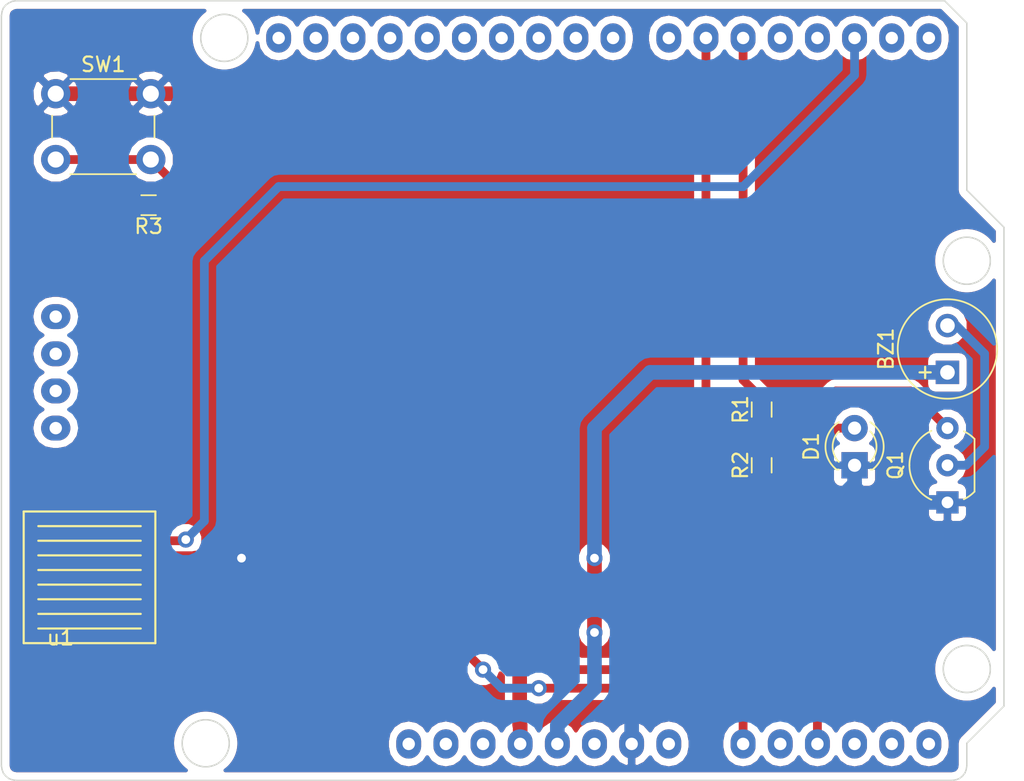
<source format=kicad_pcb>
(kicad_pcb (version 4) (host pcbnew 4.0.6-e0-6349~53~ubuntu16.04.1)
  (layers (0 F.Cu signal) (31 B.Cu signal) (34 B.Paste user) (35 F.Paste user) (36 B.SilkS user) (37 F.SilkS user) (38 B.Mask user) (39 F.Mask user) (44 Edge.Cuts user))
  (net 0 "")
  (net 1 loa)
  (net 2 led)
  (net 3 "Net-(D1-Pad2)")
  (net 4 5V)
  (net 5 "Net-(S1-Pad1)")
  (net 6 "Net-(S1-Pad2)")
  (net 7 RST)
  (net 8 3.3V)
  (net 9 GND)
  (net 10 "Net-(S1-Pad8)")
  (net 11 "Net-(S1-Pad10)")
  (net 12 CLK)
  (net 13 "Net-(S1-Pad12)")
  (net 14 "Net-(S1-Pad13)")
  (net 15 SDO)
  (net 16 "Net-(S1-Pad15)")
  (net 17 "Net-(S1-Pad16)")
  (net 18 CMD)
  (net 19 "Net-(S1-Pad18)")
  (net 20 "Net-(S1-Pad22)")
  (net 21 "Net-(S1-Pad23)")
  (net 22 "Net-(S1-Pad24)")
  (net 23 "Net-(S1-Pad25)")
  (net 24 "Net-(S1-Pad26)")
  (net 25 "Net-(S1-Pad27)")
  (net 26 "Net-(S1-Pad28)")
  (net 27 "Net-(S1-Pad29)")
  (net 28 "Net-(S1-Pad30)")
  (net 29 "Net-(S1-Pad31)")
  (net 30 "Net-(S1-Pad32)")
  (net 31 "Net-(S1-Pad33)")
  (net 32 "Net-(S1-Pad34)")
  (net 33 "Net-(S1-Pad35)")
  (net 34 "Net-(S1-Pad36)")
  (net 35 "Net-(u1-Pad6)")
  (net 36 "Net-(S1-Pad3)")
  (net 37 "Net-(BZ1-Pad2)")
  (net 38 "Net-(Q1-Pad3)")
  (net 39 "Net-(R3-Pad1)")
  (net 40 "Net-(S1-Pad6)")
  (net 41 "Net-(S1-Pad19)")
  (net 42 "Net-(S1-Pad14)")
  (module footprint:ESP-UNO-SH (layer F.Cu) (at 146.05 109.22)
    (fp_text reference S1 hide)
    (fp_text value ESP-UNO hide)
    (fp_line (start -16.51 23.749) (end -16.565561 23.753179) (layer Edge.Cuts) (width 0.1))
    (fp_line (start 37.212553 20.444304) (end 37.217445 20.388388) (layer Edge.Cuts) (width 0.1))
    (fp_line (start -15.073366 -24.473759) (end -15.12906 -24.475368) (layer Edge.Cuts) (width 0.1))
    (fp_line (start -16.683766 -23.343062) (end -16.699323 -23.28956) (layer Edge.Cuts) (width 0.1))
    (fp_line (start 37.212553 -7.464667) (end 37.217445 -7.520584) (layer Edge.Cuts) (width 0.1))
    (fp_line (start -15.203342 -21.260243) (end -15.147633 -21.259278) (layer Edge.Cuts) (width 0.1))
    (fp_line (start -15.650955 23.940603) (end -15.700393 23.914907) (layer Edge.Cuts) (width 0.1))
    (fp_line (start -16.724833 -23.181101) (end -16.734754 -23.126274) (layer Edge.Cuts) (width 0.1))
    (fp_line (start 34.032546 20.5717) (end 34.043732 20.626283) (layer Edge.Cuts) (width 0.1))
    (fp_line (start -15.29601 -24.468615) (end -15.351392 -24.462514) (layer Edge.Cuts) (width 0.1))
    (fp_line (start 34.157581 19.592862) (end 34.134781 19.643701) (layer Edge.Cuts) (width 0.1))
    (fp_line (start -16.504997 -22.005087) (end -16.47431 -21.958581) (layer Edge.Cuts) (width 0.1))
    (fp_line (start -16.742771 -23.071136) (end -16.748872 -23.015753) (layer Edge.Cuts) (width 0.1))
    (fp_line (start 37.125789 19.730091) (end 37.105962 19.67802) (layer Edge.Cuts) (width 0.1))
    (fp_line (start -17.514207 24.178611) (end -17.554282 24.21732) (layer Edge.Cuts) (width 0.1))
    (fp_line (start 37.159974 19.836135) (end 37.1438 19.782817) (layer Edge.Cuts) (width 0.1))
    (fp_line (start 35.963335 18.70668) (end 35.908751 18.695495) (layer Edge.Cuts) (width 0.1))
    (fp_line (start -15.351392 -24.462514) (end -15.40653 -24.454498) (layer Edge.Cuts) (width 0.1))
    (fp_line (start -13.915758 -21.833711) (end -13.880434 -21.877332) (layer Edge.Cuts) (width 0.1))
    (fp_line (start -13.60183 -22.424124) (end -13.587302 -22.478342) (layer Edge.Cuts) (width 0.1))
    (fp_line (start -13.587302 -22.478342) (end -13.574675 -22.533034) (layer Edge.Cuts) (width 0.1))
    (fp_line (start 34.364316 19.263241) (end 34.329974 19.307116) (layer Edge.Cuts) (width 0.1))
    (fp_line (start -13.910468 -23.894705) (end -13.946801 -23.936948) (layer Edge.Cuts) (width 0.1))
    (fp_line (start 36.946438 21.17545) (end 36.977009 21.128375) (layer Edge.Cuts) (width 0.1))
    (fp_line (start -17.247892 23.977499) (end -17.295094 24.007103) (layer Edge.Cuts) (width 0.1))
    (fp_line (start 34.134781 -8.265271) (end 34.113757 -8.213672) (layer Edge.Cuts) (width 0.1))
    (fp_line (start 35.19108 18.724522) (end 35.137579 18.740079) (layer Edge.Cuts) (width 0.1))
    (fp_line (start 34.388047 -6.591211) (end 34.424865 -6.549391) (layer Edge.Cuts) (width 0.1))
    (fp_line (start -15.700393 23.914907) (end -15.750693 23.890939) (layer Edge.Cuts) (width 0.1))
    (fp_line (start 34.208393 -8.415268) (end 34.182128 -8.366129) (layer Edge.Cuts) (width 0.1))
    (fp_line (start 37.124382 -7.082757) (end 37.142657 -7.13583) (layer Edge.Cuts) (width 0.1))
    (fp_line (start 34.265949 -8.510669) (end 34.236345 -8.463467) (layer Edge.Cuts) (width 0.1))
    (fp_line (start -13.7804 -23.713931) (end -13.810548 -23.760788) (layer Edge.Cuts) (width 0.1))
    (fp_line (start 34.007846 20.183396) (end 34.005594 20.239069) (layer Edge.Cuts) (width 0.1))
    (fp_line (start -16.067114 23.784886) (end -16.121697 23.7737) (layer Edge.Cuts) (width 0.1))
    (fp_line (start -14.442689 -21.422027) (end -14.392677 -21.44751) (layer Edge.Cuts) (width 0.1))
    (fp_line (start -16.676082 23.767297) (end -16.730909 23.777218) (layer Edge.Cuts) (width 0.1))
    (fp_line (start -17.215866 26.750157) (end -17.167034 26.776988) (layer Edge.Cuts) (width 0.1))
    (fp_line (start -16.398611 23.746427) (end -16.454328 23.746748) (layer Edge.Cuts) (width 0.1))
    (fp_line (start -16.442031 -21.913167) (end -16.408197 -21.868898) (layer Edge.Cuts) (width 0.1))
    (fp_line (start 36.176819 18.770096) (end 36.124304 18.751476) (layer Edge.Cuts) (width 0.1))
    (fp_line (start -15.959273 23.812893) (end -16.012951 23.797955) (layer Edge.Cuts) (width 0.1))
    (fp_line (start -13.617097 -23.360772) (end -13.635108 -23.413498) (layer Edge.Cuts) (width 0.1))
    (fp_line (start 37.221363 20.276212) (end 37.220397 20.220503) (layer Edge.Cuts) (width 0.1))
    (fp_line (start 37.220397 20.220503) (end 37.217503 20.16486) (layer Edge.Cuts) (width 0.1))
    (fp_line (start -17.986717 25.704489) (end -17.973647 25.758652) (layer Edge.Cuts) (width 0.1))
    (fp_line (start -17.794104 24.523711) (end -17.822056 24.57191) (layer Edge.Cuts) (width 0.1))
    (fp_line (start 36.475554 18.918848) (end 36.428013 18.88979) (layer Edge.Cuts) (width 0.1))
    (fp_line (start -15.676249 -24.386108) (end -15.728545 -24.366884) (layer Edge.Cuts) (width 0.1))
    (fp_line (start 35.798586 18.678828) (end 35.743137 18.673367) (layer Edge.Cuts) (width 0.1))
    (fp_line (start 34.3527 -6.634281) (end 34.388047 -6.591211) (layer Edge.Cuts) (width 0.1))
    (fp_line (start -16.699323 -23.28956) (end -16.713018 -23.235552) (layer Edge.Cuts) (width 0.1))
    (fp_line (start 34.088528 20.787252) (end 34.107147 20.839767) (layer Edge.Cuts) (width 0.1))
    (fp_line (start 34.157581 -8.31611) (end 34.134781 -8.265271) (layer Edge.Cuts) (width 0.1))
    (fp_line (start 36.880463 -6.642715) (end 36.914243 -6.687543) (layer Edge.Cuts) (width 0.1))
    (fp_line (start -16.734754 -23.126274) (end -16.742771 -23.071136) (layer Edge.Cuts) (width 0.1))
    (fp_line (start 34.236345 -8.463467) (end 34.208393 -8.415268) (layer Edge.Cuts) (width 0.1))
    (fp_line (start 36.880463 21.266257) (end 36.914243 21.221429) (layer Edge.Cuts) (width 0.1))
    (fp_line (start -15.554895 23.997054) (end -15.602436 23.967996) (layer Edge.Cuts) (width 0.1))
    (fp_line (start -14.797562 -24.436909) (end -14.852146 -24.448094) (layer Edge.Cuts) (width 0.1))
    (fp_line (start -18.018423 25.206041) (end -18.022602 25.261602) (layer Edge.Cuts) (width 0.1))
    (fp_line (start -16.666365 -23.395993) (end -16.683766 -23.343062) (layer Edge.Cuts) (width 0.1))
    (fp_line (start 34.674068 -6.327428) (end 34.719852 -6.295674) (layer Edge.Cuts) (width 0.1))
    (fp_line (start 36.279756 18.812734) (end 36.228657 18.790523) (layer Edge.Cuts) (width 0.1))
    (fp_line (start 37.084343 19.626667) (end 37.060958 19.576095) (layer Edge.Cuts) (width 0.1))
    (fp_line (start -18.02003 25.484291) (end -18.014569 25.53974) (layer Edge.Cuts) (width 0.1))
    (fp_line (start -16.717165 -22.517306) (end -16.704096 -22.463143) (layer Edge.Cuts) (width 0.1))
    (fp_line (start 35.227034 21.83724) (end 35.281344 21.849683) (layer Edge.Cuts) (width 0.1))
    (fp_line (start -17.994384 25.040693) (end -18.004306 25.095521) (layer Edge.Cuts) (width 0.1))
    (fp_line (start 35.613264 21.884311) (end 35.669386 21.883331) (layer Edge.Cuts) (width 0.1))
    (fp_line (start 35.669386 21.883331) (end 35.725439 21.880393) (layer Edge.Cuts) (width 0.1))
    (fp_line (start 35.725439 21.880393) (end 35.781356 21.875501) (layer Edge.Cuts) (width 0.1))
    (fp_line (start 35.781356 21.875501) (end 35.837068 21.868661) (layer Edge.Cuts) (width 0.1))
    (fp_line (start 35.837068 21.868661) (end 35.892507 21.85988) (layer Edge.Cuts) (width 0.1))
    (fp_line (start 35.892507 21.85988) (end 35.947607 21.84917) (layer Edge.Cuts) (width 0.1))
    (fp_line (start 35.947607 21.84917) (end 36.002298 21.836543) (layer Edge.Cuts) (width 0.1))
    (fp_line (start 36.002298 21.836543) (end 36.056516 21.822016) (layer Edge.Cuts) (width 0.1))
    (fp_line (start 36.056516 21.822016) (end 36.110194 21.805605) (layer Edge.Cuts) (width 0.1))
    (fp_line (start 36.110194 21.805605) (end 36.163266 21.787331) (layer Edge.Cuts) (width 0.1))
    (fp_line (start 36.163266 21.787331) (end 36.215668 21.767215) (layer Edge.Cuts) (width 0.1))
    (fp_line (start 36.215668 21.767215) (end 36.267337 21.745283) (layer Edge.Cuts) (width 0.1))
    (fp_line (start 36.267337 21.745283) (end 36.318208 21.721562) (layer Edge.Cuts) (width 0.1))
    (fp_line (start 36.318208 21.721562) (end 36.368221 21.696079) (layer Edge.Cuts) (width 0.1))
    (fp_line (start 36.368221 21.696079) (end 36.417313 21.668866) (layer Edge.Cuts) (width 0.1))
    (fp_line (start 36.417313 21.668866) (end 36.465426 21.639957) (layer Edge.Cuts) (width 0.1))
    (fp_line (start 36.465426 21.639957) (end 36.512501 21.609386) (layer Edge.Cuts) (width 0.1))
    (fp_line (start 36.512501 21.609386) (end 36.558481 21.577191) (layer Edge.Cuts) (width 0.1))
    (fp_line (start 36.558481 21.577191) (end 36.603308 21.543411) (layer Edge.Cuts) (width 0.1))
    (fp_line (start 37.186222 20.610555) (end 37.196932 20.555456) (layer Edge.Cuts) (width 0.1))
    (fp_line (start 36.808314 21.35224) (end 36.845139 21.309878) (layer Edge.Cuts) (width 0.1))
    (fp_line (start -15.300105 26.511187) (end -15.260415 26.471497) (layer Edge.Cuts) (width 0.1))
    (fp_line (start 35.173187 21.822923) (end 35.227034 21.83724) (layer Edge.Cuts) (width 0.1))
    (fp_line (start -15.184777 -24.475046) (end -15.240449 -24.472794) (layer Edge.Cuts) (width 0.1))
    (fp_line (start 36.379494 18.862397) (end 36.330055 18.836701) (layer Edge.Cuts) (width 0.1))
    (fp_line (start 34.329974 -8.601856) (end 34.297172 -8.556817) (layer Edge.Cuts) (width 0.1))
    (fp_line (start 34.226842 -6.818011) (end 34.2559 -6.77047) (layer Edge.Cuts) (width 0.1))
    (fp_line (start 34.005273 20.294785) (end 34.006881 20.35048) (layer Edge.Cuts) (width 0.1))
    (fp_line (start 37.197289 19.999002) (end 37.186735 19.944293) (layer Edge.Cuts) (width 0.1))
    (fp_line (start 35.908751 -9.213477) (end 35.853813 -9.222765) (layer Edge.Cuts) (width 0.1))
    (fp_line (start 36.417313 -6.240105) (end 36.465426 -6.269015) (layer Edge.Cuts) (width 0.1))
    (fp_line (start 37.082335 -6.978687) (end 37.104267 -7.030355) (layer Edge.Cuts) (width 0.1))
    (fp_line (start 36.603308 -6.365561) (end 36.64693 -6.400885) (layer Edge.Cuts) (width 0.1))
    (fp_line (start 36.770033 -6.51568) (end 36.808314 -6.556732) (layer Edge.Cuts) (width 0.1))
    (fp_line (start 37.205713 -7.408955) (end 37.212553 -7.464667) (layer Edge.Cuts) (width 0.1))
    (fp_line (start 36.977009 -6.780597) (end 37.005918 -6.82871) (layer Edge.Cuts) (width 0.1))
    (fp_line (start -17.567339 26.478306) (end -17.527714 26.517476) (layer Edge.Cuts) (width 0.1))
    (fp_line (start 35.015072 21.76891) (end 35.067142 21.788737) (layer Edge.Cuts) (width 0.1))
    (fp_line (start 34.437457 -8.729782) (end 34.400158 -8.68839) (layer Edge.Cuts) (width 0.1))
    (fp_line (start -16.737639 -22.626827) (end -16.728351 -22.571889) (layer Edge.Cuts) (width 0.1))
    (fp_line (start 37.058613 -6.927816) (end 37.082335 -6.978687) (layer Edge.Cuts) (width 0.1))
    (fp_line (start -14.907084 -24.457382) (end -14.962311 -24.464761) (layer Edge.Cuts) (width 0.1))
    (fp_line (start 34.023259 -7.39221) (end 34.032546 -7.337272) (layer Edge.Cuts) (width 0.1))
    (fp_line (start 36.946438 -6.733522) (end 36.977009 -6.780597) (layer Edge.Cuts) (width 0.1))
    (fp_line (start 37.196932 -7.353516) (end 37.205713 -7.408955) (layer Edge.Cuts) (width 0.1))
    (fp_line (start -16.603316 -23.550727) (end -16.626116 -23.499887) (layer Edge.Cuts) (width 0.1))
    (fp_line (start -14.856853 25.743452) (end -14.844227 25.68876) (layer Edge.Cuts) (width 0.1))
    (fp_line (start 34.032546 -7.337272) (end 34.043732 -7.282689) (layer Edge.Cuts) (width 0.1))
    (fp_line (start 35.281344 21.849683) (end 35.336053 21.860237) (layer Edge.Cuts) (width 0.1))
    (fp_line (start 36.808314 -6.556732) (end 36.845139 -6.599094) (layer Edge.Cuts) (width 0.1))
    (fp_line (start 37.005918 -6.82871) (end 37.033131 -6.877803) (layer Edge.Cuts) (width 0.1))
    (fp_line (start 34.199449 -6.86653) (end 34.226842 -6.818011) (layer Edge.Cuts) (width 0.1))
    (fp_line (start 34.329974 19.307116) (end 34.297172 19.352155) (layer Edge.Cuts) (width 0.1))
    (fp_line (start 37.217445 -7.520584) (end 37.220383 -7.576638) (layer Edge.Cuts) (width 0.1))
    (fp_line (start 35.464887 -9.233998) (end 35.409505 -9.227897) (layer Edge.Cuts) (width 0.1))
    (fp_line (start -15.01776 -24.470222) (end -15.073366 -24.473759) (layer Edge.Cuts) (width 0.1))
    (fp_line (start -15.18531 26.388084) (end -15.149986 26.344462) (layer Edge.Cuts) (width 0.1))
    (fp_line (start 35.798586 -9.230144) (end 35.743137 -9.235605) (layer Edge.Cuts) (width 0.1))
    (fp_line (start 37.186222 -7.298417) (end 37.196932 -7.353516) (layer Edge.Cuts) (width 0.1))
    (fp_line (start 36.558481 -6.331781) (end 36.603308 -6.365561) (layer Edge.Cuts) (width 0.1))
    (fp_line (start 36.689292 -6.437709) (end 36.730343 -6.47599) (layer Edge.Cuts) (width 0.1))
    (fp_line (start 36.465426 -6.269015) (end 36.512501 -6.299585) (layer Edge.Cuts) (width 0.1))
    (fp_line (start 36.512501 -6.299585) (end 36.558481 -6.331781) (layer Edge.Cuts) (width 0.1))
    (fp_line (start 36.64693 -6.400885) (end 36.689292 -6.437709) (layer Edge.Cuts) (width 0.1))
    (fp_line (start 36.730343 -6.47599) (end 36.770033 -6.51568) (layer Edge.Cuts) (width 0.1))
    (fp_line (start -15.116206 26.299634) (end -15.08401 26.253655) (layer Edge.Cuts) (width 0.1))
    (fp_line (start -13.543452 -22.755201) (end -13.540514 -22.811255) (layer Edge.Cuts) (width 0.1))
    (fp_line (start -13.539535 -22.867376) (end -13.5405 -22.923086) (layer Edge.Cuts) (width 0.1))
    (fp_line (start 34.585935 -6.395595) (end 34.629411 -6.360748) (layer Edge.Cuts) (width 0.1))
    (fp_line (start -15.12906 -24.475368) (end -15.184777 -24.475046) (layer Edge.Cuts) (width 0.1))
    (fp_line (start 35.336053 21.860237) (end 35.391095 21.86889) (layer Edge.Cuts) (width 0.1))
    (fp_line (start 34.476167 -8.769857) (end 34.437457 -8.729782) (layer Edge.Cuts) (width 0.1))
    (fp_line (start 34.364316 -8.645731) (end 34.329974 -8.601856) (layer Edge.Cuts) (width 0.1))
    (fp_line (start -15.240449 -24.472794) (end -15.29601 -24.468615) (layer Edge.Cuts) (width 0.1))
    (fp_line (start -13.540514 -22.811255) (end -13.539535 -22.867376) (layer Edge.Cuts) (width 0.1))
    (fp_line (start -14.202417 -21.566397) (end -14.157589 -21.600178) (layer Edge.Cuts) (width 0.1))
    (fp_line (start -16.713018 -23.235552) (end -16.724833 -23.181101) (layer Edge.Cuts) (width 0.1))
    (fp_line (start 34.585935 21.513377) (end 34.629411 21.548224) (layer Edge.Cuts) (width 0.1))
    (fp_line (start -13.563965 -22.588133) (end -13.555185 -22.643572) (layer Edge.Cuts) (width 0.1))
    (fp_line (start -14.906066 25.90442) (end -14.887792 25.851348) (layer Edge.Cuts) (width 0.1))
    (fp_line (start -13.880434 -21.877332) (end -13.846654 -21.92216) (layer Edge.Cuts) (width 0.1))
    (fp_line (start -15.897483 -21.444806) (end -15.847751 -21.419683) (layer Edge.Cuts) (width 0.1))
    (fp_line (start -15.994188 -21.500144) (end -15.946315 -21.471637) (layer Edge.Cuts) (width 0.1))
    (fp_line (start -13.984575 -23.977906) (end -14.023745 -24.017531) (layer Edge.Cuts) (width 0.1))
    (fp_line (start 35.743137 18.673367) (end 35.687532 18.66983) (layer Edge.Cuts) (width 0.1))
    (fp_line (start 34.830756 18.871341) (end 34.782557 18.899293) (layer Edge.Cuts) (width 0.1))
    (fp_line (start -17.527714 26.517476) (end -17.486756 26.55525) (layer Edge.Cuts) (width 0.1))
    (fp_line (start -17.997902 25.649905) (end -17.986717 25.704489) (layer Edge.Cuts) (width 0.1))
    (fp_line (start -13.574675 -22.533034) (end -13.563965 -22.588133) (layer Edge.Cuts) (width 0.1))
    (fp_line (start 36.228657 18.790523) (end 36.176819 18.770096) (layer Edge.Cuts) (width 0.1))
    (fp_line (start 36.64693 21.508087) (end 36.689292 21.471262) (layer Edge.Cuts) (width 0.1))
    (fp_line (start 34.01588 -7.447437) (end 34.023259 -7.39221) (layer Edge.Cuts) (width 0.1))
    (fp_line (start -16.041045 -21.530291) (end -15.994188 -21.500144) (layer Edge.Cuts) (width 0.1))
    (fp_line (start -17.968875 24.932234) (end -17.982569 24.986243) (layer Edge.Cuts) (width 0.1))
    (fp_line (start 34.208393 19.493704) (end 34.182128 19.542843) (layer Edge.Cuts) (width 0.1))
    (fp_line (start -15.780144 -24.345859) (end -15.830983 -24.32306) (layer Edge.Cuts) (width 0.1))
    (fp_line (start -15.149986 26.344462) (end -15.116206 26.299634) (layer Edge.Cuts) (width 0.1))
    (fp_line (start 35.520448 18.670794) (end 35.464887 18.674973) (layer Edge.Cuts) (width 0.1))
    (fp_line (start 36.124304 18.751476) (end 36.071176 18.734688) (layer Edge.Cuts) (width 0.1))
    (fp_line (start 34.010418 -7.502887) (end 34.01588 -7.447437) (layer Edge.Cuts) (width 0.1))
    (fp_line (start 34.400158 -8.68839) (end 34.364316 -8.645731) (layer Edge.Cuts) (width 0.1))
    (fp_line (start -15.418706 24.093854) (end -15.462975 24.06002) (layer Edge.Cuts) (width 0.1))
    (fp_line (start 37.142657 20.773142) (end 37.159068 20.719464) (layer Edge.Cuts) (width 0.1))
    (fp_line (start 34.689207 18.96012) (end 34.644168 18.992922) (layer Edge.Cuts) (width 0.1))
    (fp_line (start -14.743399 -24.423839) (end -14.797562 -24.436909) (layer Edge.Cuts) (width 0.1))
    (fp_line (start 37.159068 20.719464) (end 37.173595 20.665247) (layer Edge.Cuts) (width 0.1))
    (fp_line (start 34.061574 19.854029) (end 34.04788 19.908037) (layer Edge.Cuts) (width 0.1))
    (fp_line (start 34.006881 -7.558492) (end 34.010418 -7.502887) (layer Edge.Cuts) (width 0.1))
    (fp_line (start 34.005273 -7.614187) (end 34.006881 -7.558492) (layer Edge.Cuts) (width 0.1))
    (fp_line (start -16.086829 -21.562044) (end -16.041045 -21.530291) (layer Edge.Cuts) (width 0.1))
    (fp_line (start -16.584045 26.953836) (end -16.528536 26.958657) (layer Edge.Cuts) (width 0.1))
    (fp_line (start -15.750693 23.890939) (end -15.801792 23.868728) (layer Edge.Cuts) (width 0.1))
    (fp_line (start -17.880663 26.02091) (end -17.856695 26.071209) (layer Edge.Cuts) (width 0.1))
    (fp_line (start 34.043732 20.626283) (end 34.056801 20.680446) (layer Edge.Cuts) (width 0.1))
    (fp_line (start -15.85363 23.848301) (end -15.906145 23.829682) (layer Edge.Cuts) (width 0.1))
    (fp_line (start 35.29954 18.699013) (end 35.245089 18.710828) (layer Edge.Cuts) (width 0.1))
    (fp_line (start 34.388047 21.317761) (end 34.424865 21.359581) (layer Edge.Cuts) (width 0.1))
    (fp_line (start 36.689292 21.471262) (end 36.730343 21.432982) (layer Edge.Cuts) (width 0.1))
    (fp_line (start -16.176635 23.764412) (end -16.231862 23.757034) (layer Edge.Cuts) (width 0.1))
    (fp_line (start -16.745018 -22.682054) (end -16.737639 -22.626827) (layer Edge.Cuts) (width 0.1))
    (fp_line (start 34.600293 -8.881707) (end 34.557634 -8.845865) (layer Edge.Cuts) (width 0.1))
    (fp_line (start -15.02453 26.158467) (end -14.997318 26.109374) (layer Edge.Cuts) (width 0.1))
    (fp_line (start 34.543693 -6.431927) (end 34.585935 -6.395595) (layer Edge.Cuts) (width 0.1))
    (fp_line (start -17.902874 25.969811) (end -17.880663 26.02091) (layer Edge.Cuts) (width 0.1))
    (fp_line (start -16.131486 -21.595365) (end -16.086829 -21.562044) (layer Edge.Cuts) (width 0.1))
    (fp_line (start -16.454328 23.746748) (end -16.51 23.749) (layer Edge.Cuts) (width 0.1))
    (fp_line (start 34.173753 20.993003) (end 34.199449 21.042442) (layer Edge.Cuts) (width 0.1))
    (fp_line (start -15.58771 -21.320666) (end -15.533863 -21.306349) (layer Edge.Cuts) (width 0.1))
    (fp_line (start 37.104267 20.878617) (end 37.124382 20.826214) (layer Edge.Cuts) (width 0.1))
    (fp_line (start -16.803415 26.915445) (end -16.749104 26.927889) (layer Edge.Cuts) (width 0.1))
    (fp_line (start -14.113967 -21.635502) (end -14.071605 -21.672326) (layer Edge.Cuts) (width 0.1))
    (fp_line (start 34.107147 20.839767) (end 34.127575 20.891605) (layer Edge.Cuts) (width 0.1))
    (fp_line (start 34.644168 -8.91605) (end 34.600293 -8.881707) (layer Edge.Cuts) (width 0.1))
    (fp_line (start -13.574162 -23.199296) (end -13.586606 -23.253607) (layer Edge.Cuts) (width 0.1))
    (fp_line (start -17.803606 26.169167) (end -17.774549 26.216707) (layer Edge.Cuts) (width 0.1))
    (fp_line (start -14.343584 -21.474722) (end -14.295471 -21.503632) (layer Edge.Cuts) (width 0.1))
    (fp_line (start -15.881003 -24.298513) (end -15.930141 -24.272247) (layer Edge.Cuts) (width 0.1))
    (fp_line (start 36.017498 18.71975) (end 35.963335 18.70668) (layer Edge.Cuts) (width 0.1))
    (fp_line (start -16.408197 -21.868898) (end -16.37285 -21.825827) (layer Edge.Cuts) (width 0.1))
    (fp_line (start 34.01588 20.461534) (end 34.023259 20.516761) (layer Edge.Cuts) (width 0.1))
    (fp_line (start -16.258163 -21.704318) (end -16.217204 -21.666544) (layer Edge.Cuts) (width 0.1))
    (fp_line (start -18.00719 25.594967) (end -17.997902 25.649905) (layer Edge.Cuts) (width 0.1))
    (fp_line (start 34.3527 21.274691) (end 34.388047 21.317761) (layer Edge.Cuts) (width 0.1))
    (fp_line (start -15.258985 -21.263138) (end -15.203342 -21.260243) (layer Edge.Cuts) (width 0.1))
    (fp_line (start -14.871381 25.79767) (end -14.856853 25.743452) (layer Edge.Cuts) (width 0.1))
    (fp_line (start -14.948113 26.00849) (end -14.926182 25.956822) (layer Edge.Cuts) (width 0.1))
    (fp_line (start -16.217204 -21.666544) (end -16.174962 -21.630212) (layer Edge.Cuts) (width 0.1))
    (fp_line (start 34.782557 18.899293) (end 34.735355 18.928898) (layer Edge.Cuts) (width 0.1))
    (fp_line (start -16.945801 23.835686) (end -16.998097 23.854911) (layer Edge.Cuts) (width 0.1))
    (fp_line (start -16.297788 -21.743488) (end -16.258163 -21.704318) (layer Edge.Cuts) (width 0.1))
    (fp_line (start 35.015072 -6.140062) (end 35.067142 -6.120235) (layer Edge.Cuts) (width 0.1))
    (fp_line (start 34.007846 -7.725575) (end 34.005594 -7.669903) (layer Edge.Cuts) (width 0.1))
    (fp_line (start -13.842301 -23.806573) (end -13.875621 -23.851229) (layer Edge.Cuts) (width 0.1))
    (fp_line (start 34.056801 20.680446) (end 34.071739 20.734124) (layer Edge.Cuts) (width 0.1))
    (fp_line (start -16.633323 -22.251984) (end -16.611112 -22.200884) (layer Edge.Cuts) (width 0.1))
    (fp_line (start 36.330055 18.836701) (end 36.279756 18.812734) (layer Edge.Cuts) (width 0.1))
    (fp_line (start -15.830983 -24.32306) (end -15.881003 -24.298513) (layer Edge.Cuts) (width 0.1))
    (fp_line (start -15.623319 -24.403509) (end -15.676249 -24.386108) (layer Edge.Cuts) (width 0.1))
    (fp_line (start 34.061574 -8.054943) (end 34.04788 -8.000935) (layer Edge.Cuts) (width 0.1))
    (fp_line (start 34.04788 19.908037) (end 34.036065 19.962488) (layer Edge.Cuts) (width 0.1))
    (fp_line (start -14.810066 25.41054) (end -14.809086 25.354418) (layer Edge.Cuts) (width 0.1))
    (fp_line (start -17.066729 26.825497) (end -17.015377 26.847116) (layer Edge.Cuts) (width 0.1))
    (fp_line (start 34.182128 19.542843) (end 34.157581 19.592862) (layer Edge.Cuts) (width 0.1))
    (fp_line (start 34.026143 20.017315) (end 34.018127 20.072453) (layer Edge.Cuts) (width 0.1))
    (fp_line (start -17.167034 26.776988) (end -17.117302 26.802111) (layer Edge.Cuts) (width 0.1))
    (fp_line (start -16.754016 -22.793109) (end -16.750479 -22.737504) (layer Edge.Cuts) (width 0.1))
    (fp_line (start -14.809086 25.354418) (end -14.810051 25.298709) (layer Edge.Cuts) (width 0.1))
    (fp_line (start -14.810051 25.298709) (end -14.812946 25.243066) (layer Edge.Cuts) (width 0.1))
    (fp_line (start -14.812946 25.243066) (end -14.817766 25.187557) (layer Edge.Cuts) (width 0.1))
    (fp_line (start -14.817766 25.187557) (end -14.824507 25.132249) (layer Edge.Cuts) (width 0.1))
    (fp_line (start -14.824507 25.132249) (end -14.83316 25.077207) (layer Edge.Cuts) (width 0.1))
    (fp_line (start -14.83316 25.077207) (end -14.843714 25.022498) (layer Edge.Cuts) (width 0.1))
    (fp_line (start -14.843714 25.022498) (end -14.856157 24.968188) (layer Edge.Cuts) (width 0.1))
    (fp_line (start -14.856157 24.968188) (end -14.870474 24.914341) (layer Edge.Cuts) (width 0.1))
    (fp_line (start -14.870474 24.914341) (end -14.886648 24.861022) (layer Edge.Cuts) (width 0.1))
    (fp_line (start -14.886648 24.861022) (end -14.90466 24.808296) (layer Edge.Cuts) (width 0.1))
    (fp_line (start -14.90466 24.808296) (end -14.924487 24.756226) (layer Edge.Cuts) (width 0.1))
    (fp_line (start -14.924487 24.756226) (end -14.946106 24.704873) (layer Edge.Cuts) (width 0.1))
    (fp_line (start -14.946106 24.704873) (end -14.969491 24.6543) (layer Edge.Cuts) (width 0.1))
    (fp_line (start -14.969491 24.6543) (end -14.994614 24.604568) (layer Edge.Cuts) (width 0.1))
    (fp_line (start -14.994614 24.604568) (end -15.021445 24.555736) (layer Edge.Cuts) (width 0.1))
    (fp_line (start -15.021445 24.555736) (end -15.049952 24.507863) (layer Edge.Cuts) (width 0.1))
    (fp_line (start -15.049952 24.507863) (end -15.080099 24.461006) (layer Edge.Cuts) (width 0.1))
    (fp_line (start -15.080099 24.461006) (end -15.111853 24.415222) (layer Edge.Cuts) (width 0.1))
    (fp_line (start -15.111853 24.415222) (end -15.145173 24.370565) (layer Edge.Cuts) (width 0.1))
    (fp_line (start -15.145173 24.370565) (end -15.18002 24.327089) (layer Edge.Cuts) (width 0.1))
    (fp_line (start -15.18002 24.327089) (end -15.216352 24.284847) (layer Edge.Cuts) (width 0.1))
    (fp_line (start -15.216352 24.284847) (end -15.254126 24.243888) (layer Edge.Cuts) (width 0.1))
    (fp_line (start -15.254126 24.243888) (end -15.293296 24.204263) (layer Edge.Cuts) (width 0.1))
    (fp_line (start 34.502735 21.439271) (end 34.543693 21.477045) (layer Edge.Cuts) (width 0.1))
    (fp_line (start -17.743862 26.263213) (end -17.711582 26.308627) (layer Edge.Cuts) (width 0.1))
    (fp_line (start 37.033131 21.031169) (end 37.058613 20.981156) (layer Edge.Cuts) (width 0.1))
    (fp_line (start 34.297172 19.352155) (end 34.265949 19.398303) (layer Edge.Cuts) (width 0.1))
    (fp_line (start 34.863414 21.698783) (end 34.913147 21.723906) (layer Edge.Cuts) (width 0.1))
    (fp_line (start 37.220383 20.332334) (end 37.221363 20.276212) (layer Edge.Cuts) (width 0.1))
    (fp_line (start -15.515808 -24.432761) (end -15.569817 -24.419067) (layer Edge.Cuts) (width 0.1))
    (fp_line (start 35.067142 -6.120235) (end 35.119869 -6.102223) (layer Edge.Cuts) (width 0.1))
    (fp_line (start -18.022602 25.261602) (end -18.024854 25.317274) (layer Edge.Cuts) (width 0.1))
    (fp_line (start -16.755624 -22.848803) (end -16.754016 -22.793109) (layer Edge.Cuts) (width 0.1))
    (fp_line (start -15.461358 -24.444576) (end -15.515808 -24.432761) (layer Edge.Cuts) (width 0.1))
    (fp_line (start 34.963719 21.747291) (end 35.015072 21.76891) (layer Edge.Cuts) (width 0.1))
    (fp_line (start 34.071739 20.734124) (end 34.088528 20.787252) (layer Edge.Cuts) (width 0.1))
    (fp_line (start -16.750479 -22.737504) (end -16.745018 -22.682054) (layer Edge.Cuts) (width 0.1))
    (fp_line (start -14.824736 25.578222) (end -14.817895 25.52251) (layer Edge.Cuts) (width 0.1))
    (fp_line (start -16.963306 26.866943) (end -16.91058 26.884954) (layer Edge.Cuts) (width 0.1))
    (fp_line (start -15.40653 -24.454498) (end -15.461358 -24.444576) (layer Edge.Cuts) (width 0.1))
    (fp_line (start 34.318866 -6.67855) (end 34.3527 -6.634281) (layer Edge.Cuts) (width 0.1))
    (fp_line (start -16.755303 -22.90452) (end -16.755624 -22.848803) (layer Edge.Cuts) (width 0.1))
    (fp_line (start 36.730343 21.432982) (end 36.770033 21.393291) (layer Edge.Cuts) (width 0.1))
    (fp_line (start 35.446404 21.87563) (end 35.501912 21.880451) (layer Edge.Cuts) (width 0.1))
    (fp_line (start -17.700475 24.385322) (end -17.733277 24.430361) (layer Edge.Cuts) (width 0.1))
    (fp_line (start 35.354367 18.689091) (end 35.29954 18.699013) (layer Edge.Cuts) (width 0.1))
    (fp_line (start -15.222134 26.430446) (end -15.18531 26.388084) (layer Edge.Cuts) (width 0.1))
    (fp_line (start -15.613135 26.747072) (end -15.565022 26.718163) (layer Edge.Cuts) (width 0.1))
    (fp_line (start 34.814582 -6.23702) (end 34.863414 -6.210189) (layer Edge.Cuts) (width 0.1))
    (fp_line (start -18.014569 25.53974) (end -18.00719 25.594967) (layer Edge.Cuts) (width 0.1))
    (fp_line (start -17.774549 26.216707) (end -17.743862 26.263213) (layer Edge.Cuts) (width 0.1))
    (fp_line (start -16.121697 23.7737) (end -16.176635 23.764412) (layer Edge.Cuts) (width 0.1))
    (fp_line (start 37.105962 19.67802) (end 37.084343 19.626667) (layer Edge.Cuts) (width 0.1))
    (fp_line (start 34.113757 -8.213672) (end 34.094532 -8.161376) (layer Edge.Cuts) (width 0.1))
    (fp_line (start -15.42714 26.621617) (end -15.383519 26.586293) (layer Edge.Cuts) (width 0.1))
    (fp_line (start -16.336032 -21.784007) (end -16.297788 -21.743488) (layer Edge.Cuts) (width 0.1))
    (fp_line (start -17.63029 24.298787) (end -17.666132 24.341447) (layer Edge.Cuts) (width 0.1))
    (fp_line (start 35.227034 -6.071732) (end 35.281344 -6.059289) (layer Edge.Cuts) (width 0.1))
    (fp_line (start -16.753051 -22.960192) (end -16.755303 -22.90452) (layer Edge.Cuts) (width 0.1))
    (fp_line (start -15.462975 24.06002) (end -15.508389 24.027741) (layer Edge.Cuts) (width 0.1))
    (fp_line (start -16.524552 -23.698084) (end -16.552504 -23.649884) (layer Edge.Cuts) (width 0.1))
    (fp_line (start 36.914243 21.221429) (end 36.946438 21.17545) (layer Edge.Cuts) (width 0.1))
    (fp_line (start -17.677748 26.352897) (end -17.642402 26.395967) (layer Edge.Cuts) (width 0.1))
    (fp_line (start 37.082335 20.930285) (end 37.104267 20.878617) (layer Edge.Cuts) (width 0.1))
    (fp_line (start -15.693755 -21.354851) (end -15.641029 -21.33684) (layer Edge.Cuts) (width 0.1))
    (fp_line (start -14.704381 -21.321573) (end -14.650703 -21.337984) (layer Edge.Cuts) (width 0.1))
    (fp_line (start 37.220383 -7.576638) (end 37.221363 -7.63276) (layer Edge.Cuts) (width 0.1))
    (fp_line (start -15.847751 -21.419683) (end -15.797178 -21.396298) (layer Edge.Cuts) (width 0.1))
    (fp_line (start -13.846654 -21.92216) (end -13.814459 -21.968139) (layer Edge.Cuts) (width 0.1))
    (fp_line (start -16.672369 -22.356337) (end -16.65375 -22.303822) (layer Edge.Cuts) (width 0.1))
    (fp_line (start -14.030554 -21.710607) (end -13.990864 -21.750297) (layer Edge.Cuts) (width 0.1))
    (fp_line (start -15.946315 -21.471637) (end -15.897483 -21.444806) (layer Edge.Cuts) (width 0.1))
    (fp_line (start -13.783888 -22.015214) (end -13.754979 -22.063327) (layer Edge.Cuts) (width 0.1))
    (fp_line (start -15.569817 -24.419067) (end -15.623319 -24.403509) (layer Edge.Cuts) (width 0.1))
    (fp_line (start -16.748872 -23.015753) (end -16.753051 -22.960192) (layer Edge.Cuts) (width 0.1))
    (fp_line (start -14.689721 -24.408901) (end -14.743399 -24.423839) (layer Edge.Cuts) (width 0.1))
    (fp_line (start -14.923829 -21.274928) (end -14.86839 -21.283709) (layer Edge.Cuts) (width 0.1))
    (fp_line (start -13.5405 -22.923086) (end -13.543395 -22.978728) (layer Edge.Cuts) (width 0.1))
    (fp_line (start -16.561448 -22.101147) (end -16.534055 -22.052628) (layer Edge.Cuts) (width 0.1))
    (fp_line (start -13.676554 -23.516921) (end -13.69994 -23.567494) (layer Edge.Cuts) (width 0.1))
    (fp_line (start -13.548215 -23.034237) (end -13.554956 -23.089545) (layer Edge.Cuts) (width 0.1))
    (fp_line (start -16.534055 -22.052628) (end -16.504997 -22.005087) (layer Edge.Cuts) (width 0.1))
    (fp_line (start -16.494948 -23.745286) (end -16.524552 -23.698084) (layer Edge.Cuts) (width 0.1))
    (fp_line (start -15.147633 -21.259278) (end -15.091511 -21.260258) (layer Edge.Cuts) (width 0.1))
    (fp_line (start -16.689158 -22.409465) (end -16.672369 -22.356337) (layer Edge.Cuts) (width 0.1))
    (fp_line (start -14.636593 -24.392112) (end -14.689721 -24.408901) (layer Edge.Cuts) (width 0.1))
    (fp_line (start -16.463726 -23.791434) (end -16.494948 -23.745286) (layer Edge.Cuts) (width 0.1))
    (fp_line (start -14.584079 -24.373493) (end -14.636593 -24.392112) (layer Edge.Cuts) (width 0.1))
    (fp_line (start -17.554282 24.21732) (end -17.592992 24.257395) (layer Edge.Cuts) (width 0.1))
    (fp_line (start -14.979541 -21.268087) (end -14.923829 -21.274928) (layer Edge.Cuts) (width 0.1))
    (fp_line (start 35.084648 18.75748) (end 35.032352 18.776705) (layer Edge.Cuts) (width 0.1))
    (fp_line (start -16.430924 -23.836472) (end -16.463726 -23.791434) (layer Edge.Cuts) (width 0.1))
    (fp_line (start 34.199449 21.042442) (end 34.226842 21.090961) (layer Edge.Cuts) (width 0.1))
    (fp_line (start -15.091511 -21.260258) (end -15.035458 -21.263195) (layer Edge.Cuts) (width 0.1))
    (fp_line (start 37.221363 -7.63276) (end 37.220397 -7.688469) (layer Edge.Cuts) (width 0.1))
    (fp_line (start 37.220397 -7.688469) (end 37.217503 -7.744111) (layer Edge.Cuts) (width 0.1))
    (fp_line (start 37.217503 -7.744111) (end 37.212682 -7.79962) (layer Edge.Cuts) (width 0.1))
    (fp_line (start 37.212682 -7.79962) (end 37.205942 -7.854929) (layer Edge.Cuts) (width 0.1))
    (fp_line (start 37.205942 -7.854929) (end 37.197289 -7.90997) (layer Edge.Cuts) (width 0.1))
    (fp_line (start 37.197289 -7.90997) (end 37.186735 -7.964679) (layer Edge.Cuts) (width 0.1))
    (fp_line (start 37.186735 -7.964679) (end 37.174292 -8.01899) (layer Edge.Cuts) (width 0.1))
    (fp_line (start 37.174292 -8.01899) (end 37.159974 -8.072837) (layer Edge.Cuts) (width 0.1))
    (fp_line (start 37.159974 -8.072837) (end 37.1438 -8.126155) (layer Edge.Cuts) (width 0.1))
    (fp_line (start 37.1438 -8.126155) (end 37.125789 -8.178881) (layer Edge.Cuts) (width 0.1))
    (fp_line (start 37.125789 -8.178881) (end 37.105962 -8.230952) (layer Edge.Cuts) (width 0.1))
    (fp_line (start 37.105962 -8.230952) (end 37.084343 -8.282304) (layer Edge.Cuts) (width 0.1))
    (fp_line (start 37.084343 -8.282304) (end 37.060958 -8.332877) (layer Edge.Cuts) (width 0.1))
    (fp_line (start 37.060958 -8.332877) (end 37.035834 -8.382609) (layer Edge.Cuts) (width 0.1))
    (fp_line (start 37.035834 -8.382609) (end 37.009003 -8.431441) (layer Edge.Cuts) (width 0.1))
    (fp_line (start 37.009003 -8.431441) (end 36.980497 -8.479314) (layer Edge.Cuts) (width 0.1))
    (fp_line (start 36.980497 -8.479314) (end 36.950349 -8.526171) (layer Edge.Cuts) (width 0.1))
    (fp_line (start 36.950349 -8.526171) (end 36.918596 -8.571956) (layer Edge.Cuts) (width 0.1))
    (fp_line (start 36.918596 -8.571956) (end 36.885276 -8.616612) (layer Edge.Cuts) (width 0.1))
    (fp_line (start 36.885276 -8.616612) (end 36.850429 -8.660088) (layer Edge.Cuts) (width 0.1))
    (fp_line (start 36.850429 -8.660088) (end 36.814097 -8.702331) (layer Edge.Cuts) (width 0.1))
    (fp_line (start 36.814097 -8.702331) (end 36.776323 -8.743289) (layer Edge.Cuts) (width 0.1))
    (fp_line (start 36.776323 -8.743289) (end 36.737152 -8.782914) (layer Edge.Cuts) (width 0.1))
    (fp_line (start 36.737152 -8.782914) (end 36.696633 -8.821159) (layer Edge.Cuts) (width 0.1))
    (fp_line (start 36.696633 -8.821159) (end 36.654813 -8.857977) (layer Edge.Cuts) (width 0.1))
    (fp_line (start 36.654813 -8.857977) (end 36.611743 -8.893323) (layer Edge.Cuts) (width 0.1))
    (fp_line (start 36.611743 -8.893323) (end 36.567474 -8.927157) (layer Edge.Cuts) (width 0.1))
    (fp_line (start 36.567474 -8.927157) (end 36.522059 -8.959437) (layer Edge.Cuts) (width 0.1))
    (fp_line (start 36.522059 -8.959437) (end 36.475554 -8.990124) (layer Edge.Cuts) (width 0.1))
    (fp_line (start 36.475554 -8.990124) (end 36.428013 -9.019181) (layer Edge.Cuts) (width 0.1))
    (fp_line (start 36.428013 -9.019181) (end 36.379494 -9.046575) (layer Edge.Cuts) (width 0.1))
    (fp_line (start 36.379494 -9.046575) (end 36.330055 -9.07227) (layer Edge.Cuts) (width 0.1))
    (fp_line (start 36.330055 -9.07227) (end 36.279756 -9.096238) (layer Edge.Cuts) (width 0.1))
    (fp_line (start 36.279756 -9.096238) (end 36.228657 -9.118449) (layer Edge.Cuts) (width 0.1))
    (fp_line (start 36.228657 -9.118449) (end 36.176819 -9.138876) (layer Edge.Cuts) (width 0.1))
    (fp_line (start 36.176819 -9.138876) (end 36.124304 -9.157495) (layer Edge.Cuts) (width 0.1))
    (fp_line (start 36.124304 -9.157495) (end 36.071176 -9.174284) (layer Edge.Cuts) (width 0.1))
    (fp_line (start 36.071176 -9.174284) (end 36.017498 -9.189222) (layer Edge.Cuts) (width 0.1))
    (fp_line (start 36.017498 -9.189222) (end 35.963335 -9.202292) (layer Edge.Cuts) (width 0.1))
    (fp_line (start 35.963335 -9.202292) (end 35.908751 -9.213477) (layer Edge.Cuts) (width 0.1))
    (fp_line (start -14.817895 25.52251) (end -14.813003 25.466593) (layer Edge.Cuts) (width 0.1))
    (fp_line (start -14.53224 -24.353066) (end -14.584079 -24.373493) (layer Edge.Cuts) (width 0.1))
    (fp_line (start 35.853813 18.686207) (end 35.798586 18.678828) (layer Edge.Cuts) (width 0.1))
    (fp_line (start 35.391095 21.86889) (end 35.446404 21.87563) (layer Edge.Cuts) (width 0.1))
    (fp_line (start 37.009003 19.477531) (end 36.980497 19.429657) (layer Edge.Cuts) (width 0.1))
    (fp_line (start 35.281344 -6.059289) (end 35.336053 -6.048735) (layer Edge.Cuts) (width 0.1))
    (fp_line (start -16.396581 -23.880348) (end -16.430924 -23.836472) (layer Edge.Cuts) (width 0.1))
    (fp_line (start -14.481141 -24.330855) (end -14.53224 -24.353066) (layer Edge.Cuts) (width 0.1))
    (fp_line (start -13.725063 -23.617226) (end -13.751894 -23.666058) (layer Edge.Cuts) (width 0.1))
    (fp_line (start -14.430842 -24.306887) (end -14.481141 -24.330855) (layer Edge.Cuts) (width 0.1))
    (fp_line (start -16.284731 -24.004474) (end -16.323441 -23.964399) (layer Edge.Cuts) (width 0.1))
    (fp_line (start -15.035458 -21.263195) (end -14.979541 -21.268087) (layer Edge.Cuts) (width 0.1))
    (fp_line (start -14.332884 -24.253798) (end -14.381403 -24.281191) (layer Edge.Cuts) (width 0.1))
    (fp_line (start -16.244656 -24.043184) (end -16.284731 -24.004474) (layer Edge.Cuts) (width 0.1))
    (fp_line (start -13.543395 -22.978728) (end -13.548215 -23.034237) (layer Edge.Cuts) (width 0.1))
    (fp_line (start -14.381403 -24.281191) (end -14.430842 -24.306887) (layer Edge.Cuts) (width 0.1))
    (fp_line (start 35.173187 -6.086049) (end 35.227034 -6.071732) (layer Edge.Cuts) (width 0.1))
    (fp_line (start -17.605584 26.437787) (end -17.567339 26.478306) (layer Edge.Cuts) (width 0.1))
    (fp_line (start -14.285344 -24.224741) (end -14.332884 -24.253798) (layer Edge.Cuts) (width 0.1))
    (fp_line (start 34.557634 -8.845865) (end 34.516242 -8.808567) (layer Edge.Cuts) (width 0.1))
    (fp_line (start -14.813003 25.466593) (end -14.810066 25.41054) (layer Edge.Cuts) (width 0.1))
    (fp_line (start -16.749104 26.927889) (end -16.694395 26.938443) (layer Edge.Cuts) (width 0.1))
    (fp_line (start 34.236345 19.445505) (end 34.208393 19.493704) (layer Edge.Cuts) (width 0.1))
    (fp_line (start 37.212682 20.109352) (end 37.205942 20.054043) (layer Edge.Cuts) (width 0.1))
    (fp_line (start 35.687532 -9.239142) (end 35.631837 -9.240751) (layer Edge.Cuts) (width 0.1))
    (fp_line (start 35.137579 18.740079) (end 35.084648 18.75748) (layer Edge.Cuts) (width 0.1))
    (fp_line (start -16.323441 -23.964399) (end -16.360739 -23.923007) (layer Edge.Cuts) (width 0.1))
    (fp_line (start -13.946801 -23.936948) (end -13.984575 -23.977906) (layer Edge.Cuts) (width 0.1))
    (fp_line (start -16.360739 -23.923007) (end -16.396581 -23.880348) (layer Edge.Cuts) (width 0.1))
    (fp_line (start -16.64714 -23.448289) (end -16.666365 -23.395993) (layer Edge.Cuts) (width 0.1))
    (fp_line (start -16.626116 -23.499887) (end -16.64714 -23.448289) (layer Edge.Cuts) (width 0.1))
    (fp_line (start -13.636515 -22.317374) (end -13.618241 -22.370447) (layer Edge.Cuts) (width 0.1))
    (fp_line (start -16.587144 -22.150585) (end -16.561448 -22.101147) (layer Edge.Cuts) (width 0.1))
    (fp_line (start -13.702284 -22.162432) (end -13.678562 -22.213304) (layer Edge.Cuts) (width 0.1))
    (fp_line (start -13.875621 -23.851229) (end -13.910468 -23.894705) (layer Edge.Cuts) (width 0.1))
    (fp_line (start -14.493561 -21.398305) (end -14.442689 -21.422027) (layer Edge.Cuts) (width 0.1))
    (fp_line (start -13.554956 -23.089545) (end -13.563608 -23.144587) (layer Edge.Cuts) (width 0.1))
    (fp_line (start -14.545229 -21.376374) (end -14.493561 -21.398305) (layer Edge.Cuts) (width 0.1))
    (fp_line (start -13.618241 -22.370447) (end -13.60183 -22.424124) (layer Edge.Cuts) (width 0.1))
    (fp_line (start -17.935916 24.825802) (end -17.953318 24.878732) (layer Edge.Cuts) (width 0.1))
    (fp_line (start 34.929914 18.820529) (end 34.879895 18.845076) (layer Edge.Cuts) (width 0.1))
    (fp_line (start 34.149785 -6.966268) (end 34.173753 -6.915968) (layer Edge.Cuts) (width 0.1))
    (fp_line (start 34.557634 19.063107) (end 34.516242 19.100405) (layer Edge.Cuts) (width 0.1))
    (fp_line (start -17.958709 25.81233) (end -17.94192 25.865458) (layer Edge.Cuts) (width 0.1))
    (fp_line (start 34.600293 19.027264) (end 34.557634 19.063107) (layer Edge.Cuts) (width 0.1))
    (fp_line (start -13.65663 -22.264972) (end -13.636515 -22.317374) (layer Edge.Cuts) (width 0.1))
    (fp_line (start -13.600923 -23.307454) (end -13.617097 -23.360772) (layer Edge.Cuts) (width 0.1))
    (fp_line (start -17.916692 24.773506) (end -17.935916 24.825802) (layer Edge.Cuts) (width 0.1))
    (fp_line (start 37.205942 20.054043) (end 37.197289 19.999002) (layer Edge.Cuts) (width 0.1))
    (fp_line (start 35.446404 -6.033341) (end 35.501912 -6.028521) (layer Edge.Cuts) (width 0.1))
    (fp_line (start -17.822056 24.57191) (end -17.848321 24.621048) (layer Edge.Cuts) (width 0.1))
    (fp_line (start 35.354367 -9.219881) (end 35.29954 -9.209959) (layer Edge.Cuts) (width 0.1))
    (fp_line (start 36.522059 18.949535) (end 36.475554 18.918848) (layer Edge.Cuts) (width 0.1))
    (fp_line (start -17.642402 26.395967) (end -17.605584 26.437787) (layer Edge.Cuts) (width 0.1))
    (fp_line (start -18.023567 25.428685) (end -18.02003 25.484291) (layer Edge.Cuts) (width 0.1))
    (fp_line (start -13.754979 -22.063327) (end -13.727766 -22.11242) (layer Edge.Cuts) (width 0.1))
    (fp_line (start -17.973647 25.758652) (end -17.958709 25.81233) (layer Edge.Cuts) (width 0.1))
    (fp_line (start 34.463109 21.400101) (end 34.502735 21.439271) (layer Edge.Cuts) (width 0.1))
    (fp_line (start -29.387768 -25.406479) (end 34.089802 -25.406479) (layer Edge.Cuts) (width 0.1))
    (fp_line (start -29.641678 -25.364161) (end -29.387768 -25.406479) (layer Edge.Cuts) (width 0.1))
    (fp_line (start -29.874429 -25.258365) (end -29.641678 -25.364161) (layer Edge.Cuts) (width 0.1))
    (fp_line (start -30.086021 -25.110251) (end -29.874429 -25.258365) (layer Edge.Cuts) (width 0.1))
    (fp_line (start -30.255295 -24.898659) (end -30.086021 -25.110251) (layer Edge.Cuts) (width 0.1))
    (fp_line (start -30.339932 -24.665908) (end -30.255295 -24.898659) (layer Edge.Cuts) (width 0.1))
    (fp_line (start -30.38225 -24.390838) (end -30.339932 -24.665908) (layer Edge.Cuts) (width 0.1))
    (fp_line (start 35.631837 -9.240751) (end 35.57612 -9.240429) (layer Edge.Cuts) (width 0.1))
    (fp_line (start -14.650703 -21.337984) (end -14.597631 -21.356258) (layer Edge.Cuts) (width 0.1))
    (fp_line (start 34.463109 -6.508871) (end 34.502735 -6.469701) (layer Edge.Cuts) (width 0.1))
    (fp_line (start 34.005594 -7.669903) (end 34.005273 -7.614187) (layer Edge.Cuts) (width 0.1))
    (fp_line (start -17.199693 23.949547) (end -17.247892 23.977499) (layer Edge.Cuts) (width 0.1))
    (fp_line (start 35.391095 -6.040082) (end 35.446404 -6.033341) (layer Edge.Cuts) (width 0.1))
    (fp_line (start -15.508389 24.027741) (end -15.554895 23.997054) (layer Edge.Cuts) (width 0.1))
    (fp_line (start -16.231862 23.757034) (end -16.287312 23.751572) (layer Edge.Cuts) (width 0.1))
    (fp_line (start -15.906145 23.829682) (end -15.959273 23.812893) (layer Edge.Cuts) (width 0.1))
    (fp_line (start -15.728545 -24.366884) (end -15.780144 -24.345859) (layer Edge.Cuts) (width 0.1))
    (fp_line (start 37.124382 20.826214) (end 37.142657 20.773142) (layer Edge.Cuts) (width 0.1))
    (fp_line (start 34.026143 -7.891657) (end 34.018127 -7.836519) (layer Edge.Cuts) (width 0.1))
    (fp_line (start -15.260415 26.471497) (end -15.222134 26.430446) (layer Edge.Cuts) (width 0.1))
    (fp_line (start 36.845139 -6.599094) (end 36.880463 -6.642715) (layer Edge.Cuts) (width 0.1))
    (fp_line (start 34.077131 19.800527) (end 34.061574 19.854029) (layer Edge.Cuts) (width 0.1))
    (fp_line (start -13.727766 -22.11242) (end -13.702284 -22.162432) (layer Edge.Cuts) (width 0.1))
    (fp_line (start -13.678562 -22.213304) (end -13.65663 -22.264972) (layer Edge.Cuts) (width 0.1))
    (fp_line (start 37.035834 19.526363) (end 37.009003 19.477531) (layer Edge.Cuts) (width 0.1))
    (fp_line (start -14.86839 -21.283709) (end -14.813291 -21.294419) (layer Edge.Cuts) (width 0.1))
    (fp_line (start 34.149785 20.942704) (end 34.173753 20.993003) (layer Edge.Cuts) (width 0.1))
    (fp_line (start -14.758599 -21.307045) (end -14.704381 -21.321573) (layer Edge.Cuts) (width 0.1))
    (fp_line (start 37.173595 -7.243725) (end 37.186222 -7.298417) (layer Edge.Cuts) (width 0.1))
    (fp_line (start -15.641029 -21.33684) (end -15.58771 -21.320666) (layer Edge.Cuts) (width 0.1))
    (fp_line (start -18.024854 25.317274) (end -18.025176 25.372991) (layer Edge.Cuts) (width 0.1))
    (fp_line (start -13.751894 -23.666058) (end -13.7804 -23.713931) (layer Edge.Cuts) (width 0.1))
    (fp_line (start 36.428013 18.88979) (end 36.379494 18.862397) (layer Edge.Cuts) (width 0.1))
    (fp_line (start -15.801792 23.868728) (end -15.85363 23.848301) (layer Edge.Cuts) (width 0.1))
    (fp_line (start -18.004306 25.095521) (end -18.012322 25.150659) (layer Edge.Cuts) (width 0.1))
    (fp_line (start 34.094532 19.747596) (end 34.077131 19.800527) (layer Edge.Cuts) (width 0.1))
    (fp_line (start -17.310596 26.691503) (end -17.263739 26.721651) (layer Edge.Cuts) (width 0.1))
    (fp_line (start 34.077131 -8.108445) (end 34.061574 -8.054943) (layer Edge.Cuts) (width 0.1))
    (fp_line (start -14.597631 -21.356258) (end -14.545229 -21.376374) (layer Edge.Cuts) (width 0.1))
    (fp_line (start -17.263739 26.721651) (end -17.215866 26.750157) (layer Edge.Cuts) (width 0.1))
    (fp_line (start -16.552504 -23.649884) (end -16.578769 -23.600746) (layer Edge.Cuts) (width 0.1))
    (fp_line (start -16.203264 -24.080482) (end -16.244656 -24.043184) (layer Edge.Cuts) (width 0.1))
    (fp_line (start 34.088528 -7.12172) (end 34.107147 -7.069205) (layer Edge.Cuts) (width 0.1))
    (fp_line (start 35.084648 -9.151491) (end 35.032352 -9.132267) (layer Edge.Cuts) (width 0.1))
    (fp_line (start 35.032352 -9.132267) (end 34.980753 -9.111242) (layer Edge.Cuts) (width 0.1))
    (fp_line (start 34.980753 -9.111242) (end 34.929914 -9.088443) (layer Edge.Cuts) (width 0.1))
    (fp_line (start 34.929914 -9.088443) (end 34.879895 -9.063896) (layer Edge.Cuts) (width 0.1))
    (fp_line (start 34.879895 -9.063896) (end 34.830756 -9.037631) (layer Edge.Cuts) (width 0.1))
    (fp_line (start 34.782557 -9.009679) (end 34.735355 -8.980074) (layer Edge.Cuts) (width 0.1))
    (fp_line (start 34.830756 -9.037631) (end 34.782557 -9.009679) (layer Edge.Cuts) (width 0.1))
    (fp_line (start 35.409505 18.681075) (end 35.354367 18.689091) (layer Edge.Cuts) (width 0.1))
    (fp_line (start 35.743137 -9.235605) (end 35.687532 -9.239142) (layer Edge.Cuts) (width 0.1))
    (fp_line (start -16.89287 23.818285) (end -16.945801 23.835686) (layer Edge.Cuts) (width 0.1))
    (fp_line (start -14.193424 -24.161774) (end -14.238838 -24.194054) (layer Edge.Cuts) (width 0.1))
    (fp_line (start -15.471968 26.655397) (end -15.42714 26.621617) (layer Edge.Cuts) (width 0.1))
    (fp_line (start -17.472815 24.141312) (end -17.514207 24.178611) (layer Edge.Cuts) (width 0.1))
    (fp_line (start 35.29954 -9.209959) (end 35.245089 -9.198144) (layer Edge.Cuts) (width 0.1))
    (fp_line (start 34.913147 -6.185066) (end 34.963719 -6.161681) (layer Edge.Cuts) (width 0.1))
    (fp_line (start -16.116729 -24.150667) (end -16.160604 -24.116324) (layer Edge.Cuts) (width 0.1))
    (fp_line (start -14.149154 -24.12794) (end -14.193424 -24.161774) (layer Edge.Cuts) (width 0.1))
    (fp_line (start -13.69994 -23.567494) (end -13.725063 -23.617226) (layer Edge.Cuts) (width 0.1))
    (fp_line (start -16.160604 -24.116324) (end -16.203264 -24.080482) (layer Edge.Cuts) (width 0.1))
    (fp_line (start -16.07169 -24.183469) (end -16.116729 -24.150667) (layer Edge.Cuts) (width 0.1))
    (fp_line (start -14.238838 -24.194054) (end -14.285344 -24.224741) (layer Edge.Cuts) (width 0.1))
    (fp_line (start -14.106084 -24.092593) (end -14.149154 -24.12794) (layer Edge.Cuts) (width 0.1))
    (fp_line (start -16.025542 -24.214691) (end -16.07169 -24.183469) (layer Edge.Cuts) (width 0.1))
    (fp_line (start 35.613264 -6.024661) (end 35.669386 -6.025641) (layer Edge.Cuts) (width 0.1))
    (fp_line (start 35.669386 -6.025641) (end 35.725439 -6.028578) (layer Edge.Cuts) (width 0.1))
    (fp_line (start 35.725439 -6.028578) (end 35.781356 -6.03347) (layer Edge.Cuts) (width 0.1))
    (fp_line (start 35.781356 -6.03347) (end 35.837068 -6.040311) (layer Edge.Cuts) (width 0.1))
    (fp_line (start 35.837068 -6.040311) (end 35.892507 -6.049092) (layer Edge.Cuts) (width 0.1))
    (fp_line (start 35.892507 -6.049092) (end 35.947607 -6.059802) (layer Edge.Cuts) (width 0.1))
    (fp_line (start 35.947607 -6.059802) (end 36.002298 -6.072428) (layer Edge.Cuts) (width 0.1))
    (fp_line (start 36.002298 -6.072428) (end 36.056516 -6.086956) (layer Edge.Cuts) (width 0.1))
    (fp_line (start 36.056516 -6.086956) (end 36.110194 -6.103367) (layer Edge.Cuts) (width 0.1))
    (fp_line (start 36.110194 -6.103367) (end 36.163266 -6.121641) (layer Edge.Cuts) (width 0.1))
    (fp_line (start 36.163266 -6.121641) (end 36.215668 -6.141757) (layer Edge.Cuts) (width 0.1))
    (fp_line (start 36.215668 -6.141757) (end 36.267337 -6.163688) (layer Edge.Cuts) (width 0.1))
    (fp_line (start 36.267337 -6.163688) (end 36.318208 -6.18741) (layer Edge.Cuts) (width 0.1))
    (fp_line (start 36.318208 -6.18741) (end 36.368221 -6.212893) (layer Edge.Cuts) (width 0.1))
    (fp_line (start 36.368221 -6.212893) (end 36.417313 -6.240105) (layer Edge.Cuts) (width 0.1))
    (fp_line (start -14.248396 -21.534202) (end -14.202417 -21.566397) (layer Edge.Cuts) (width 0.1))
    (fp_line (start -16.37285 -21.825827) (end -16.336032 -21.784007) (layer Edge.Cuts) (width 0.1))
    (fp_line (start -14.064264 -24.055776) (end -14.106084 -24.092593) (layer Edge.Cuts) (width 0.1))
    (fp_line (start -13.548344 -22.699284) (end -13.543452 -22.755201) (layer Edge.Cuts) (width 0.1))
    (fp_line (start -15.97834 -24.244296) (end -16.025542 -24.214691) (layer Edge.Cuts) (width 0.1))
    (fp_line (start -14.023745 -24.017531) (end -14.064264 -24.055776) (layer Edge.Cuts) (width 0.1))
    (fp_line (start -15.930141 -24.272247) (end -15.97834 -24.244296) (layer Edge.Cuts) (width 0.1))
    (fp_line (start -13.810548 -23.760788) (end -13.842301 -23.806573) (layer Edge.Cuts) (width 0.1))
    (fp_line (start -15.479553 -21.293906) (end -15.424844 -21.283352) (layer Edge.Cuts) (width 0.1))
    (fp_line (start -15.424844 -21.283352) (end -15.369802 -21.274699) (layer Edge.Cuts) (width 0.1))
    (fp_line (start -15.314494 -21.267958) (end -15.258985 -21.263138) (layer Edge.Cuts) (width 0.1))
    (fp_line (start -13.814459 -21.968139) (end -13.783888 -22.015214) (layer Edge.Cuts) (width 0.1))
    (fp_line (start -16.611112 -22.200884) (end -16.587144 -22.150585) (layer Edge.Cuts) (width 0.1))
    (fp_line (start 37.205713 20.500016) (end 37.212553 20.444304) (layer Edge.Cuts) (width 0.1))
    (fp_line (start 35.908751 18.695495) (end 35.853813 18.686207) (layer Edge.Cuts) (width 0.1))
    (fp_line (start -15.797178 -21.396298) (end -15.745825 -21.374679) (layer Edge.Cuts) (width 0.1))
    (fp_line (start 34.318866 21.230422) (end 34.3527 21.274691) (layer Edge.Cuts) (width 0.1))
    (fp_line (start -14.844227 25.68876) (end -14.833517 25.633661) (layer Edge.Cuts) (width 0.1))
    (fp_line (start -17.015377 26.847116) (end -16.963306 26.866943) (layer Edge.Cuts) (width 0.1))
    (fp_line (start 37.142657 -7.13583) (end 37.159068 -7.189508) (layer Edge.Cuts) (width 0.1))
    (fp_line (start 34.071739 -7.174848) (end 34.088528 -7.12172) (layer Edge.Cuts) (width 0.1))
    (fp_line (start 37.217503 20.16486) (end 37.212682 20.109352) (layer Edge.Cuts) (width 0.1))
    (fp_line (start -13.952583 -21.791349) (end -13.915758 -21.833711) (layer Edge.Cuts) (width 0.1))
    (fp_line (start -13.635108 -23.413498) (end -13.654935 -23.465569) (layer Edge.Cuts) (width 0.1))
    (fp_line (start 37.104267 -7.030355) (end 37.124382 -7.082757) (layer Edge.Cuts) (width 0.1))
    (fp_line (start -17.711582 26.308627) (end -17.677748 26.352897) (layer Edge.Cuts) (width 0.1))
    (fp_line (start 34.424865 21.359581) (end 34.463109 21.400101) (layer Edge.Cuts) (width 0.1))
    (fp_line (start -17.982569 24.986243) (end -17.994384 25.040693) (layer Edge.Cuts) (width 0.1))
    (fp_line (start -13.990864 -21.750297) (end -13.952583 -21.791349) (layer Edge.Cuts) (width 0.1))
    (fp_line (start 36.980497 19.429657) (end 36.950349 19.382801) (layer Edge.Cuts) (width 0.1))
    (fp_line (start 34.516242 19.100405) (end 34.476167 19.139115) (layer Edge.Cuts) (width 0.1))
    (fp_line (start 34.182128 -8.366129) (end 34.157581 -8.31611) (layer Edge.Cuts) (width 0.1))
    (fp_line (start 34.689207 -8.948852) (end 34.644168 -8.91605) (layer Edge.Cuts) (width 0.1))
    (fp_line (start 34.735355 -8.980074) (end 34.689207 -8.948852) (layer Edge.Cuts) (width 0.1))
    (fp_line (start 37.173595 20.665247) (end 37.186222 20.610555) (layer Edge.Cuts) (width 0.1))
    (fp_line (start -13.563608 -23.144587) (end -13.574162 -23.199296) (layer Edge.Cuts) (width 0.1))
    (fp_line (start -15.333816 24.166019) (end -15.375636 24.129201) (layer Edge.Cuts) (width 0.1))
    (fp_line (start -14.071605 -21.672326) (end -14.030554 -21.710607) (layer Edge.Cuts) (width 0.1))
    (fp_line (start 34.005594 20.239069) (end 34.005273 20.294785) (layer Edge.Cuts) (width 0.1))
    (fp_line (start -17.150554 23.923282) (end -17.199693 23.949547) (layer Edge.Cuts) (width 0.1))
    (fp_line (start -17.831 26.120648) (end -17.803606 26.169167) (layer Edge.Cuts) (width 0.1))
    (fp_line (start 34.629411 -6.360748) (end 34.674068 -6.327428) (layer Edge.Cuts) (width 0.1))
    (fp_line (start 37.058613 20.981156) (end 37.082335 20.930285) (layer Edge.Cuts) (width 0.1))
    (fp_line (start -17.923301 25.917972) (end -17.902874 25.969811) (layer Edge.Cuts) (width 0.1))
    (fp_line (start -17.38628 24.071127) (end -17.430156 24.10547) (layer Edge.Cuts) (width 0.1))
    (fp_line (start 37.005918 21.080262) (end 37.033131 21.031169) (layer Edge.Cuts) (width 0.1))
    (fp_line (start -17.733277 24.430361) (end -17.764499 24.476509) (layer Edge.Cuts) (width 0.1))
    (fp_line (start -16.839368 23.802728) (end -16.89287 23.818285) (layer Edge.Cuts) (width 0.1))
    (fp_line (start -14.295471 -21.503632) (end -14.248396 -21.534202) (layer Edge.Cuts) (width 0.1))
    (fp_line (start -16.998097 23.854911) (end -17.049696 23.875935) (layer Edge.Cuts) (width 0.1))
    (fp_line (start 35.557555 -6.025626) (end 35.613264 -6.024661) (layer Edge.Cuts) (width 0.1))
    (fp_line (start 37.033131 -6.877803) (end 37.058613 -6.927816) (layer Edge.Cuts) (width 0.1))
    (fp_line (start 34.012025 -7.781136) (end 34.007846 -7.725575) (layer Edge.Cuts) (width 0.1))
    (fp_line (start -15.533863 -21.306349) (end -15.479553 -21.293906) (layer Edge.Cuts) (width 0.1))
    (fp_line (start -16.65375 -22.303822) (end -16.633323 -22.251984) (layer Edge.Cuts) (width 0.1))
    (fp_line (start -16.174962 -21.630212) (end -16.131486 -21.595365) (layer Edge.Cuts) (width 0.1))
    (fp_line (start -15.369802 -21.274699) (end -15.314494 -21.267958) (layer Edge.Cuts) (width 0.1))
    (fp_line (start 35.409505 -9.227897) (end 35.354367 -9.219881) (layer Edge.Cuts) (width 0.1))
    (fp_line (start 35.464887 18.674973) (end 35.409505 18.681075) (layer Edge.Cuts) (width 0.1))
    (fp_line (start 34.036065 -7.946484) (end 34.026143 -7.891657) (layer Edge.Cuts) (width 0.1))
    (fp_line (start -16.012951 23.797955) (end -16.067114 23.784886) (layer Edge.Cuts) (width 0.1))
    (fp_line (start -14.971835 26.059362) (end -14.948113 26.00849) (layer Edge.Cuts) (width 0.1))
    (fp_line (start -17.295094 24.007103) (end -17.341242 24.038325) (layer Edge.Cuts) (width 0.1))
    (fp_line (start 35.501912 -6.028521) (end 35.557555 -6.025626) (layer Edge.Cuts) (width 0.1))
    (fp_line (start -17.049696 23.875935) (end -17.100535 23.898735) (layer Edge.Cuts) (width 0.1))
    (fp_line (start 34.127575 -7.017367) (end 34.149785 -6.966268) (layer Edge.Cuts) (width 0.1))
    (fp_line (start 34.286587 -6.723965) (end 34.318866 -6.67855) (layer Edge.Cuts) (width 0.1))
    (fp_line (start 37.196932 20.555456) (end 37.205713 20.500016) (layer Edge.Cuts) (width 0.1))
    (fp_line (start 35.336053 -6.048735) (end 35.391095 -6.040082) (layer Edge.Cuts) (width 0.1))
    (fp_line (start 34.674068 21.581544) (end 34.719852 21.613297) (layer Edge.Cuts) (width 0.1))
    (fp_line (start -13.586606 -23.253607) (end -13.600923 -23.307454) (layer Edge.Cuts) (width 0.1))
    (fp_line (start 36.567474 18.981815) (end 36.522059 18.949535) (layer Edge.Cuts) (width 0.1))
    (fp_line (start -14.813291 -21.294419) (end -14.758599 -21.307045) (layer Edge.Cuts) (width 0.1))
    (fp_line (start 36.770033 21.393291) (end 36.808314 21.35224) (layer Edge.Cuts) (width 0.1))
    (fp_line (start -13.555185 -22.643572) (end -13.548344 -22.699284) (layer Edge.Cuts) (width 0.1))
    (fp_line (start 34.502735 -6.469701) (end 34.543693 -6.431927) (layer Edge.Cuts) (width 0.1))
    (fp_line (start 37.186735 19.944293) (end 37.174292 19.889982) (layer Edge.Cuts) (width 0.1))
    (fp_line (start 34.963719 -6.161681) (end 35.015072 -6.140062) (layer Edge.Cuts) (width 0.1))
    (fp_line (start 35.032352 18.776705) (end 34.980753 18.79773) (layer Edge.Cuts) (width 0.1))
    (fp_line (start -15.745825 -21.374679) (end -15.693755 -21.354851) (layer Edge.Cuts) (width 0.1))
    (fp_line (start -16.472894 26.961551) (end -16.417184 26.962516) (layer Edge.Cuts) (width 0.1))
    (fp_line (start -14.887792 25.851348) (end -14.871381 25.79767) (layer Edge.Cuts) (width 0.1))
    (fp_line (start 34.04788 -8.000935) (end 34.036065 -7.946484) (layer Edge.Cuts) (width 0.1))
    (fp_line (start 35.245089 18.710828) (end 35.19108 18.724522) (layer Edge.Cuts) (width 0.1))
    (fp_line (start 35.557555 21.883345) (end 35.613264 21.884311) (layer Edge.Cuts) (width 0.1))
    (fp_line (start 34.879895 18.845076) (end 34.830756 18.871341) (layer Edge.Cuts) (width 0.1))
    (fp_line (start 36.914243 -6.687543) (end 36.946438 -6.733522) (layer Edge.Cuts) (width 0.1))
    (fp_line (start 36.845139 21.309878) (end 36.880463 21.266257) (layer Edge.Cuts) (width 0.1))
    (fp_line (start 34.265949 19.398303) (end 34.236345 19.445505) (layer Edge.Cuts) (width 0.1))
    (fp_line (start -16.528536 26.958657) (end -16.472894 26.961551) (layer Edge.Cuts) (width 0.1))
    (fp_line (start 34.286587 21.185007) (end 34.318866 21.230422) (layer Edge.Cuts) (width 0.1))
    (fp_line (start -17.356381 26.65975) (end -17.310596 26.691503) (layer Edge.Cuts) (width 0.1))
    (fp_line (start 36.977009 21.128375) (end 37.005918 21.080262) (layer Edge.Cuts) (width 0.1))
    (fp_line (start 34.766709 -6.265527) (end 34.814582 -6.23702) (layer Edge.Cuts) (width 0.1))
    (fp_line (start 37.217445 20.388388) (end 37.220383 20.332334) (layer Edge.Cuts) (width 0.1))
    (fp_line (start 35.57612 -9.240429) (end 35.520448 -9.238177) (layer Edge.Cuts) (width 0.1))
    (fp_line (start 34.476167 19.139115) (end 34.437457 19.17919) (layer Edge.Cuts) (width 0.1))
    (fp_line (start 34.113757 19.6953) (end 34.094532 19.747596) (layer Edge.Cuts) (width 0.1))
    (fp_line (start 34.543693 21.477045) (end 34.585935 21.513377) (layer Edge.Cuts) (width 0.1))
    (fp_line (start -15.05344 26.20658) (end -15.02453 26.158467) (layer Edge.Cuts) (width 0.1))
    (fp_line (start -17.430156 24.10547) (end -17.472815 24.141312) (layer Edge.Cuts) (width 0.1))
    (fp_line (start -17.401037 26.62643) (end -17.356381 26.65975) (layer Edge.Cuts) (width 0.1))
    (fp_line (start -15.08401 26.253655) (end -15.05344 26.20658) (layer Edge.Cuts) (width 0.1))
    (fp_line (start -14.926182 25.956822) (end -14.906066 25.90442) (layer Edge.Cuts) (width 0.1))
    (fp_line (start -17.953318 24.878732) (end -17.968875 24.932234) (layer Edge.Cuts) (width 0.1))
    (fp_line (start 34.043732 -7.282689) (end 34.056801 -7.228526) (layer Edge.Cuts) (width 0.1))
    (fp_line (start 35.501912 21.880451) (end 35.557555 21.883345) (layer Edge.Cuts) (width 0.1))
    (fp_line (start 34.056801 -7.228526) (end 34.071739 -7.174848) (layer Edge.Cuts) (width 0.1))
    (fp_line (start 34.2559 21.138502) (end 34.286587 21.185007) (layer Edge.Cuts) (width 0.1))
    (fp_line (start -14.392677 -21.44751) (end -14.343584 -21.474722) (layer Edge.Cuts) (width 0.1))
    (fp_line (start -15.602436 23.967996) (end -15.650955 23.940603) (layer Edge.Cuts) (width 0.1))
    (fp_line (start 36.654813 19.050995) (end 36.611743 19.015648) (layer Edge.Cuts) (width 0.1))
    (fp_line (start 35.520448 -9.238177) (end 35.464887 -9.233998) (layer Edge.Cuts) (width 0.1))
    (fp_line (start 37.174292 19.889982) (end 37.159974 19.836135) (layer Edge.Cuts) (width 0.1))
    (fp_line (start -18.012322 25.150659) (end -18.018423 25.206041) (layer Edge.Cuts) (width 0.1))
    (fp_line (start -17.117302 26.802111) (end -17.066729 26.825497) (layer Edge.Cuts) (width 0.1))
    (fp_line (start 36.611743 19.015648) (end 36.567474 18.981815) (layer Edge.Cuts) (width 0.1))
    (fp_line (start -17.895667 24.721907) (end -17.916692 24.773506) (layer Edge.Cuts) (width 0.1))
    (fp_line (start 34.863414 -6.210189) (end 34.913147 -6.185066) (layer Edge.Cuts) (width 0.1))
    (fp_line (start 35.119869 -6.102223) (end 35.173187 -6.086049) (layer Edge.Cuts) (width 0.1))
    (fp_line (start 36.696633 19.087813) (end 36.654813 19.050995) (layer Edge.Cuts) (width 0.1))
    (fp_line (start -15.293296 24.204263) (end -15.333816 24.166019) (layer Edge.Cuts) (width 0.1))
    (fp_line (start 36.737152 19.126058) (end 36.696633 19.087813) (layer Edge.Cuts) (width 0.1))
    (fp_line (start 36.776323 19.165683) (end 36.737152 19.126058) (layer Edge.Cuts) (width 0.1))
    (fp_line (start -14.997318 26.109374) (end -14.971835 26.059362) (layer Edge.Cuts) (width 0.1))
    (fp_line (start -16.730909 23.777218) (end -16.78536 23.789033) (layer Edge.Cuts) (width 0.1))
    (fp_line (start 34.872692 27.851202) (end 34.618782 27.893521) (layer Edge.Cuts) (width 0.1))
    (fp_line (start 35.105444 27.766566) (end 34.872692 27.851202) (layer Edge.Cuts) (width 0.1))
    (fp_line (start 35.317035 27.597292) (end 35.105444 27.766566) (layer Edge.Cuts) (width 0.1))
    (fp_line (start 35.486309 27.3857) (end 35.317035 27.597292) (layer Edge.Cuts) (width 0.1))
    (fp_line (start 35.570946 27.152949) (end 35.486309 27.3857) (layer Edge.Cuts) (width 0.1))
    (fp_line (start 35.613264 26.899039) (end 35.570946 27.152949) (layer Edge.Cuts) (width 0.1))
    (fp_line (start 35.613264 25.354418) (end 35.613264 26.899039) (layer Edge.Cuts) (width 0.1))
    (fp_line (start 38.152367 22.815315) (end 35.613264 25.354418) (layer Edge.Cuts) (width 0.1))
    (fp_line (start -15.341157 26.549468) (end -15.300105 26.511187) (layer Edge.Cuts) (width 0.1))
    (fp_line (start 34.226842 21.090961) (end 34.2559 21.138502) (layer Edge.Cuts) (width 0.1))
    (fp_line (start 38.152367 -9.917952) (end 38.152367 22.815315) (layer Edge.Cuts) (width 0.1))
    (fp_line (start 35.613264 -12.457055) (end 38.152367 -9.917952) (layer Edge.Cuts) (width 0.1))
    (fp_line (start 35.613264 -23.883018) (end 35.613264 -12.457055) (layer Edge.Cuts) (width 0.1))
    (fp_line (start 34.089802 -25.406479) (end 35.613264 -23.883018) (layer Edge.Cuts) (width 0.1))
    (fp_line (start -14.833517 25.633661) (end -14.824736 25.578222) (layer Edge.Cuts) (width 0.1))
    (fp_line (start -17.486756 26.55525) (end -17.444513 26.591583) (layer Edge.Cuts) (width 0.1))
    (fp_line (start -17.592992 24.257395) (end -17.63029 24.298787) (layer Edge.Cuts) (width 0.1))
    (fp_line (start 34.127575 20.891605) (end 34.149785 20.942704) (layer Edge.Cuts) (width 0.1))
    (fp_line (start 34.766709 21.643445) (end 34.814582 21.671952) (layer Edge.Cuts) (width 0.1))
    (fp_line (start -15.517947 26.687592) (end -15.471968 26.655397) (layer Edge.Cuts) (width 0.1))
    (fp_line (start -16.417184 26.962516) (end -16.361063 26.961537) (layer Edge.Cuts) (width 0.1))
    (fp_line (start -16.361063 26.961537) (end -16.305009 26.958599) (layer Edge.Cuts) (width 0.1))
    (fp_line (start -16.305009 26.958599) (end -16.249092 26.953707) (layer Edge.Cuts) (width 0.1))
    (fp_line (start -16.249092 26.953707) (end -16.19338 26.946866) (layer Edge.Cuts) (width 0.1))
    (fp_line (start -16.19338 26.946866) (end -16.137941 26.938086) (layer Edge.Cuts) (width 0.1))
    (fp_line (start -16.137941 26.938086) (end -16.082842 26.927376) (layer Edge.Cuts) (width 0.1))
    (fp_line (start -16.082842 26.927376) (end -16.02815 26.914749) (layer Edge.Cuts) (width 0.1))
    (fp_line (start -16.02815 26.914749) (end -15.973932 26.900221) (layer Edge.Cuts) (width 0.1))
    (fp_line (start -15.973932 26.900221) (end -15.920255 26.88381) (layer Edge.Cuts) (width 0.1))
    (fp_line (start -15.920255 26.88381) (end -15.867182 26.865536) (layer Edge.Cuts) (width 0.1))
    (fp_line (start -15.867182 26.865536) (end -15.81478 26.845421) (layer Edge.Cuts) (width 0.1))
    (fp_line (start -15.81478 26.845421) (end -15.763112 26.823489) (layer Edge.Cuts) (width 0.1))
    (fp_line (start -15.763112 26.823489) (end -15.712241 26.799767) (layer Edge.Cuts) (width 0.1))
    (fp_line (start -15.712241 26.799767) (end -15.662228 26.774285) (layer Edge.Cuts) (width 0.1))
    (fp_line (start 34.516242 -8.808567) (end 34.476167 -8.769857) (layer Edge.Cuts) (width 0.1))
    (fp_line (start -17.872868 24.671068) (end -17.895667 24.721907) (layer Edge.Cuts) (width 0.1))
    (fp_line (start 34.036065 19.962488) (end 34.026143 20.017315) (layer Edge.Cuts) (width 0.1))
    (fp_line (start -14.852146 -24.448094) (end -14.907084 -24.457382) (layer Edge.Cuts) (width 0.1))
    (fp_line (start 34.2559 -6.77047) (end 34.286587 -6.723965) (layer Edge.Cuts) (width 0.1))
    (fp_line (start 34.018127 -7.836519) (end 34.012025 -7.781136) (layer Edge.Cuts) (width 0.1))
    (fp_line (start 34.006881 20.35048) (end 34.010418 20.406085) (layer Edge.Cuts) (width 0.1))
    (fp_line (start 34.012025 20.127836) (end 34.007846 20.183396) (layer Edge.Cuts) (width 0.1))
    (fp_line (start 34.437457 19.17919) (end 34.400158 19.220582) (layer Edge.Cuts) (width 0.1))
    (fp_line (start 34.018127 20.072453) (end 34.012025 20.127836) (layer Edge.Cuts) (width 0.1))
    (fp_line (start -16.47431 -21.958581) (end -16.442031 -21.913167) (layer Edge.Cuts) (width 0.1))
    (fp_line (start -17.94192 25.865458) (end -17.923301 25.917972) (layer Edge.Cuts) (width 0.1))
    (fp_line (start -14.962311 -24.464761) (end -15.01776 -24.470222) (layer Edge.Cuts) (width 0.1))
    (fp_line (start 35.853813 -9.222765) (end 35.798586 -9.230144) (layer Edge.Cuts) (width 0.1))
    (fp_line (start 35.19108 -9.18445) (end 35.137579 -9.168893) (layer Edge.Cuts) (width 0.1))
    (fp_line (start 35.631837 18.668221) (end 35.57612 18.668543) (layer Edge.Cuts) (width 0.1))
    (fp_line (start 34.719852 -6.295674) (end 34.766709 -6.265527) (layer Edge.Cuts) (width 0.1))
    (fp_line (start 35.137579 -9.168893) (end 35.084648 -9.151491) (layer Edge.Cuts) (width 0.1))
    (fp_line (start -16.578769 -23.600746) (end -16.603316 -23.550727) (layer Edge.Cuts) (width 0.1))
    (fp_line (start -16.620944 23.75928) (end -16.676082 23.767297) (layer Edge.Cuts) (width 0.1))
    (fp_line (start -16.728351 -22.571889) (end -16.717165 -22.517306) (layer Edge.Cuts) (width 0.1))
    (fp_line (start 34.644168 18.992922) (end 34.600293 19.027264) (layer Edge.Cuts) (width 0.1))
    (fp_line (start 36.814097 19.206641) (end 36.776323 19.165683) (layer Edge.Cuts) (width 0.1))
    (fp_line (start -15.565022 26.718163) (end -15.517947 26.687592) (layer Edge.Cuts) (width 0.1))
    (fp_line (start -17.100535 23.898735) (end -17.150554 23.923282) (layer Edge.Cuts) (width 0.1))
    (fp_line (start 34.094532 -8.161376) (end 34.077131 -8.108445) (layer Edge.Cuts) (width 0.1))
    (fp_line (start 34.010418 20.406085) (end 34.01588 20.461534) (layer Edge.Cuts) (width 0.1))
    (fp_line (start 34.107147 -7.069205) (end 34.127575 -7.017367) (layer Edge.Cuts) (width 0.1))
    (fp_line (start -15.375636 24.129201) (end -15.418706 24.093854) (layer Edge.Cuts) (width 0.1))
    (fp_line (start 34.424865 -6.549391) (end 34.463109 -6.508871) (layer Edge.Cuts) (width 0.1))
    (fp_line (start -16.704096 -22.463143) (end -16.689158 -22.409465) (layer Edge.Cuts) (width 0.1))
    (fp_line (start 36.071176 18.734688) (end 36.017498 18.71975) (layer Edge.Cuts) (width 0.1))
    (fp_line (start -18.025176 25.372991) (end -18.023567 25.428685) (layer Edge.Cuts) (width 0.1))
    (fp_line (start 34.173753 -6.915968) (end 34.199449 -6.86653) (layer Edge.Cuts) (width 0.1))
    (fp_line (start 37.060958 19.576095) (end 37.035834 19.526363) (layer Edge.Cuts) (width 0.1))
    (fp_line (start -13.654935 -23.465569) (end -13.676554 -23.516921) (layer Edge.Cuts) (width 0.1))
    (fp_line (start -14.157589 -21.600178) (end -14.113967 -21.635502) (layer Edge.Cuts) (width 0.1))
    (fp_line (start 34.297172 -8.556817) (end 34.265949 -8.510669) (layer Edge.Cuts) (width 0.1))
    (fp_line (start -16.857262 26.901128) (end -16.803415 26.915445) (layer Edge.Cuts) (width 0.1))
    (fp_line (start -30.38225 26.899039) (end -30.38225 -24.390838) (layer Edge.Cuts) (width 0.1))
    (fp_line (start -30.339932 27.152949) (end -30.38225 26.899039) (layer Edge.Cuts) (width 0.1))
    (fp_line (start -30.255295 27.3857) (end -30.339932 27.152949) (layer Edge.Cuts) (width 0.1))
    (fp_line (start -30.086021 27.597292) (end -30.255295 27.3857) (layer Edge.Cuts) (width 0.1))
    (fp_line (start -29.874429 27.766566) (end -30.086021 27.597292) (layer Edge.Cuts) (width 0.1))
    (fp_line (start -29.641678 27.851202) (end -29.874429 27.766566) (layer Edge.Cuts) (width 0.1))
    (fp_line (start -29.387768 27.893521) (end -29.641678 27.851202) (layer Edge.Cuts) (width 0.1))
    (fp_line (start 34.618782 27.893521) (end -29.387768 27.893521) (layer Edge.Cuts) (width 0.1))
    (fp_line (start -15.383519 26.586293) (end -15.341157 26.549468) (layer Edge.Cuts) (width 0.1))
    (fp_line (start 34.629411 21.548224) (end 34.674068 21.581544) (layer Edge.Cuts) (width 0.1))
    (fp_line (start 34.400158 19.220582) (end 34.364316 19.263241) (layer Edge.Cuts) (width 0.1))
    (fp_line (start 34.913147 21.723906) (end 34.963719 21.747291) (layer Edge.Cuts) (width 0.1))
    (fp_line (start -17.341242 24.038325) (end -17.38628 24.071127) (layer Edge.Cuts) (width 0.1))
    (fp_line (start 36.603308 21.543411) (end 36.64693 21.508087) (layer Edge.Cuts) (width 0.1))
    (fp_line (start 35.687532 18.66983) (end 35.631837 18.668221) (layer Edge.Cuts) (width 0.1))
    (fp_line (start -17.764499 24.476509) (end -17.794104 24.523711) (layer Edge.Cuts) (width 0.1))
    (fp_line (start -17.666132 24.341447) (end -17.700475 24.385322) (layer Edge.Cuts) (width 0.1))
    (fp_line (start -16.565561 23.753179) (end -16.620944 23.75928) (layer Edge.Cuts) (width 0.1))
    (fp_line (start -15.662228 26.774285) (end -15.613135 26.747072) (layer Edge.Cuts) (width 0.1))
    (fp_line (start -17.444513 26.591583) (end -17.401037 26.62643) (layer Edge.Cuts) (width 0.1))
    (fp_line (start 36.850429 19.248884) (end 36.814097 19.206641) (layer Edge.Cuts) (width 0.1))
    (fp_line (start 36.918596 19.337016) (end 36.885276 19.292359) (layer Edge.Cuts) (width 0.1))
    (fp_line (start 35.119869 21.806749) (end 35.173187 21.822923) (layer Edge.Cuts) (width 0.1))
    (fp_line (start 34.719852 21.613297) (end 34.766709 21.643445) (layer Edge.Cuts) (width 0.1))
    (fp_line (start -17.848321 24.621048) (end -17.872868 24.671068) (layer Edge.Cuts) (width 0.1))
    (fp_line (start 36.885276 19.292359) (end 36.850429 19.248884) (layer Edge.Cuts) (width 0.1))
    (fp_line (start 35.245089 -9.198144) (end 35.19108 -9.18445) (layer Edge.Cuts) (width 0.1))
    (fp_line (start -16.639354 26.947095) (end -16.584045 26.953836) (layer Edge.Cuts) (width 0.1))
    (fp_line (start 36.950349 19.382801) (end 36.918596 19.337016) (layer Edge.Cuts) (width 0.1))
    (fp_line (start 34.134781 19.643701) (end 34.113757 19.6953) (layer Edge.Cuts) (width 0.1))
    (fp_line (start 37.1438 19.782817) (end 37.125789 19.730091) (layer Edge.Cuts) (width 0.1))
    (fp_line (start 37.159068 -7.189508) (end 37.173595 -7.243725) (layer Edge.Cuts) (width 0.1))
    (fp_line (start -16.287312 23.751572) (end -16.342917 23.748035) (layer Edge.Cuts) (width 0.1))
    (fp_line (start -16.342917 23.748035) (end -16.398611 23.746427) (layer Edge.Cuts) (width 0.1))
    (fp_line (start -16.78536 23.789033) (end -16.839368 23.802728) (layer Edge.Cuts) (width 0.1))
    (fp_line (start -17.856695 26.071209) (end -17.831 26.120648) (layer Edge.Cuts) (width 0.1))
    (fp_line (start 34.735355 18.928898) (end 34.689207 18.96012) (layer Edge.Cuts) (width 0.1))
    (fp_line (start -16.694395 26.938443) (end -16.639354 26.947095) (layer Edge.Cuts) (width 0.1))
    (fp_line (start 35.067142 21.788737) (end 35.119869 21.806749) (layer Edge.Cuts) (width 0.1))
    (fp_line (start 34.980753 18.79773) (end 34.929914 18.820529) (layer Edge.Cuts) (width 0.1))
    (fp_line (start 35.57612 18.668543) (end 35.520448 18.670794) (layer Edge.Cuts) (width 0.1))
    (fp_line (start 34.814582 21.671952) (end 34.863414 21.698783) (layer Edge.Cuts) (width 0.1))
    (fp_line (start -16.91058 26.884954) (end -16.857262 26.901128) (layer Edge.Cuts) (width 0.1))
    (fp_line (start 34.023259 20.516761) (end 34.032546 20.5717) (layer Edge.Cuts) (width 0.1))
    (pad 1 thru_hole oval (at -2.54 25.4) (size 1.7 2) (drill oval 0.85) (layers *.Cu *.Mask) (net 5 "Net-(S1-Pad1)"))
    (pad 2 thru_hole oval (at 0 25.4) (size 1.7 2) (drill oval 0.85) (layers *.Cu *.Mask) (net 6 "Net-(S1-Pad2)"))
    (pad 3 thru_hole oval (at 2.54 25.4) (size 1.7 2) (drill oval 0.85) (layers *.Cu *.Mask) (net 36 "Net-(S1-Pad3)"))
    (pad 4 thru_hole oval (at 5.08 25.4) (size 1.7 2) (drill oval 0.85) (layers *.Cu *.Mask) (net 8 3.3V))
    (pad 5 thru_hole oval (at 7.62 25.4) (size 1.7 2) (drill oval 0.85) (layers *.Cu *.Mask) (net 4 5V))
    (pad 6 thru_hole oval (at 10.16 25.4) (size 1.7 2) (drill oval 0.85) (layers *.Cu *.Mask) (net 40 "Net-(S1-Pad6)"))
    (pad 7 thru_hole oval (at 12.7 25.4) (size 1.7 2) (drill oval 0.85) (layers *.Cu *.Mask) (net 9 GND))
    (pad 8 thru_hole oval (at 15.24 25.4) (size 1.7 2) (drill oval 0.85) (layers *.Cu *.Mask) (net 10 "Net-(S1-Pad8)"))
    (pad 9 thru_hole oval (at 20.32 25.4) (size 1.7 2) (drill oval 0.85) (layers *.Cu *.Mask) (net 15 SDO))
    (pad 10 thru_hole oval (at 22.86 25.4) (size 1.7 2) (drill oval 0.85) (layers *.Cu *.Mask) (net 11 "Net-(S1-Pad10)"))
    (pad 11 thru_hole oval (at 25.4 25.4) (size 1.7 2) (drill oval 0.85) (layers *.Cu *.Mask) (net 12 CLK))
    (pad 12 thru_hole oval (at 27.94 25.4) (size 1.7 2) (drill oval 0.85) (layers *.Cu *.Mask) (net 13 "Net-(S1-Pad12)"))
    (pad 13 thru_hole oval (at 30.48 25.4) (size 1.7 2) (drill oval 0.85) (layers *.Cu *.Mask) (net 14 "Net-(S1-Pad13)"))
    (pad 14 thru_hole oval (at 33.02 25.4) (size 1.7 2) (drill oval 0.85) (layers *.Cu *.Mask) (net 42 "Net-(S1-Pad14)"))
    (pad 15 thru_hole oval (at 33.02 -22.86) (size 1.7 2) (drill oval 0.85) (layers *.Cu *.Mask) (net 16 "Net-(S1-Pad15)"))
    (pad 16 thru_hole oval (at 30.48 -22.86) (size 1.7 2) (drill oval 0.85) (layers *.Cu *.Mask) (net 17 "Net-(S1-Pad16)"))
    (pad 17 thru_hole oval (at 27.94 -22.86) (size 1.7 2) (drill oval 0.85) (layers *.Cu *.Mask) (net 18 CMD))
    (pad 18 thru_hole oval (at 25.4 -22.86) (size 1.7 2) (drill oval 0.85) (layers *.Cu *.Mask) (net 19 "Net-(S1-Pad18)"))
    (pad 19 thru_hole oval (at 22.86 -22.86) (size 1.7 2) (drill oval 0.85) (layers *.Cu *.Mask) (net 41 "Net-(S1-Pad19)"))
    (pad 20 thru_hole oval (at 20.32 -22.86) (size 1.7 2) (drill oval 0.85) (layers *.Cu *.Mask) (net 1 loa))
    (pad 21 thru_hole oval (at 17.78 -22.86) (size 1.7 2) (drill oval 0.85) (layers *.Cu *.Mask) (net 2 led))
    (pad 22 thru_hole oval (at 15.24 -22.86) (size 1.7 2) (drill oval 0.85) (layers *.Cu *.Mask) (net 20 "Net-(S1-Pad22)"))
    (pad 23 thru_hole oval (at 11.43 -22.86) (size 1.7 2) (drill oval 0.85) (layers *.Cu *.Mask) (net 21 "Net-(S1-Pad23)"))
    (pad 24 thru_hole oval (at 8.89 -22.86) (size 1.7 2) (drill oval 0.85) (layers *.Cu *.Mask) (net 22 "Net-(S1-Pad24)"))
    (pad 25 thru_hole oval (at 6.35 -22.86) (size 1.7 2) (drill oval 0.85) (layers *.Cu *.Mask) (net 23 "Net-(S1-Pad25)"))
    (pad 26 thru_hole oval (at 3.81 -22.86) (size 1.7 2) (drill oval 0.85) (layers *.Cu *.Mask) (net 24 "Net-(S1-Pad26)"))
    (pad 27 thru_hole oval (at 1.27 -22.86) (size 1.7 2) (drill oval 0.85) (layers *.Cu *.Mask) (net 25 "Net-(S1-Pad27)"))
    (pad 28 thru_hole oval (at -1.27 -22.86) (size 1.7 2) (drill oval 0.85) (layers *.Cu *.Mask) (net 26 "Net-(S1-Pad28)"))
    (pad 29 thru_hole oval (at -3.81 -22.86) (size 1.7 2) (drill oval 0.85) (layers *.Cu *.Mask) (net 27 "Net-(S1-Pad29)"))
    (pad 30 thru_hole oval (at -6.35 -22.86) (size 1.7 2) (drill oval 0.85) (layers *.Cu *.Mask) (net 28 "Net-(S1-Pad30)"))
    (pad 31 thru_hole oval (at -8.89 -22.86) (size 1.7 2) (drill oval 0.85) (layers *.Cu *.Mask) (net 29 "Net-(S1-Pad31)"))
    (pad 32 thru_hole oval (at -11.43 -22.86) (size 1.7 2) (drill oval 0.85) (layers *.Cu *.Mask) (net 30 "Net-(S1-Pad32)"))
    (pad 33 thru_hole oval (at -26.67 -3.81 90) (size 1.7 2) (drill oval 0.85) (layers *.Cu *.Mask) (net 31 "Net-(S1-Pad33)"))
    (pad 34 thru_hole oval (at -26.67 -1.27 270) (size 1.7 2) (drill oval 0.85) (layers *.Cu *.Mask) (net 32 "Net-(S1-Pad34)"))
    (pad 35 thru_hole oval (at -26.67 1.27 90) (size 1.7 2) (drill oval 0.85) (layers *.Cu *.Mask) (net 33 "Net-(S1-Pad35)"))
    (pad 36 thru_hole oval (at -26.67 3.81 90) (size 1.7 2) (drill oval 0.85) (layers *.Cu *.Mask) (net 34 "Net-(S1-Pad36)"))
  )
  (module Pin_Headers:Pin_Header_Angled_1x08_Pitch1.27mm (layer F.Cu) (at 123.19 125.73 180)
    (fp_text reference u1 (at 3.4925 -1.635 180) (layer F.SilkS))
    (fp_text value fpc1011f)
    (pad 1 smd circle (at -2 -1 180) (size 0.6 0.6) (layers F.Cu F.Paste F.Mask) (net 15 SDO))
    (pad 2 smd circle (at -2 0 180) (size 0.6 0.6) (layers F.Cu F.Paste F.Mask) (net 8 3.3V))
    (pad 3 smd circle (at -2 1 180) (size 0.6 0.6) (layers F.Cu F.Paste F.Mask) (net 7 RST))
    (pad 4 smd circle (at -2 2 180) (size 0.6 0.6) (layers F.Cu F.Paste F.Mask) (net 12 CLK))
    (pad 5 smd circle (at -2 3 180) (size 0.6 0.6) (layers F.Cu F.Paste F.Mask) (net 9 GND))
    (pad 6 smd circle (at -2 4 180) (size 0.6 0.6) (layers F.Cu F.Paste F.Mask) (net 35 "Net-(u1-Pad6)"))
    (pad 7 smd circle (at -2 5 180) (size 0.6 0.6) (layers F.Cu F.Paste F.Mask) (net 18 CMD))
    (pad 8 smd circle (at -2 6 180) (size 0.6 0.6) (layers F.Cu F.Paste F.Mask) (net 9 GND))
  )
  (module LEDs:LED_D3.0mm (layer F.Cu) (at 173.99 115.57 90)
    (fp_text reference D1 (at 1.27 -2.96 90) (layer F.SilkS))
    (fp_text value LED)
    (pad 1 thru_hole rect (at 0 0 90) (size 1.8 1.8) (drill 0.9) (layers *.Cu *.Mask) (net 9 GND))
    (pad 2 thru_hole circle (at 2.54 0 90) (size 1.8 1.8) (drill 0.9) (layers *.Cu *.Mask) (net 3 "Net-(D1-Pad2)"))
  )
  (module TO_SOT_Packages_THT:TO-92_Inline_Wide (layer F.Cu) (at 180.34 118.11 90)
    (fp_text reference Q1 (at 2.54 -3.56 270) (layer F.SilkS))
    (fp_text value 2SC1815)
    (pad 2 thru_hole circle (at 2.54 0 180) (size 1.52 1.52) (drill 0.8) (layers *.Cu *.Mask) (net 37 "Net-(BZ1-Pad2)"))
    (pad 3 thru_hole circle (at 5.08 0 180) (size 1.52 1.52) (drill 0.8) (layers *.Cu *.Mask) (net 38 "Net-(Q1-Pad3)"))
    (pad 1 thru_hole rect (at 0 0 180) (size 1.52 1.52) (drill 0.8) (layers *.Cu *.Mask) (net 9 GND))
  )
  (module Resistors_SMD:R_0603 (layer F.Cu) (at 167.64 111.76 90)
    (fp_text reference R1 (at 0 -1.45 90) (layer F.SilkS))
    (fp_text value 330)
    (pad 1 smd rect (at -0.75 0 90) (size 0.5 0.9) (layers F.Cu F.Paste F.Mask) (net 38 "Net-(Q1-Pad3)"))
    (pad 2 smd rect (at 0.75 0 90) (size 0.5 0.9) (layers F.Cu F.Paste F.Mask) (net 1 loa))
  )
  (module Resistors_SMD:R_0603 (layer F.Cu) (at 167.64 115.57 90)
    (fp_text reference R2 (at 0 -1.45 90) (layer F.SilkS))
    (fp_text value 330)
    (pad 1 smd rect (at -0.75 0 90) (size 0.5 0.9) (layers F.Cu F.Paste F.Mask) (net 3 "Net-(D1-Pad2)"))
    (pad 2 smd rect (at 0.75 0 90) (size 0.5 0.9) (layers F.Cu F.Paste F.Mask) (net 2 led))
  )
  (module Resistors_SMD:R_0603 (layer F.Cu) (at 125.73 97.79 180)
    (fp_text reference R3 (at 0 -1.45 180) (layer F.SilkS))
    (fp_text value 470)
    (pad 1 smd rect (at -0.75 0 180) (size 0.5 0.9) (layers F.Cu F.Paste F.Mask) (net 39 "Net-(R3-Pad1)"))
    (pad 2 smd rect (at 0.75 0 180) (size 0.5 0.9) (layers F.Cu F.Paste F.Mask) (net 7 RST))
  )
  (module Buttons_Switches_THT:SW_PUSH_6mm_h5mm (layer F.Cu) (at 119.38 90.17)
    (fp_text reference SW1 (at 3.25 -2) (layer F.SilkS))
    (fp_text value SW_Push)
    (pad 2 thru_hole circle (at 0 4.5 90) (size 2 2) (drill 1.1) (layers *.Cu *.Mask) (net 39 "Net-(R3-Pad1)"))
    (pad 1 thru_hole circle (at 0 0 90) (size 2 2) (drill 1.1) (layers *.Cu *.Mask) (net 9 GND))
    (pad 2 thru_hole circle (at 6.5 4.5 90) (size 2 2) (drill 1.1) (layers *.Cu *.Mask) (net 39 "Net-(R3-Pad1)"))
    (pad 1 thru_hole circle (at 6.5 0 90) (size 2 2) (drill 1.1) (layers *.Cu *.Mask) (net 9 GND))
  )
  (module Buzzers_Beepers:MagneticBuzzer_Kingstate_KCG0601 (layer F.Cu) (at 180.34 109.22 90)
    (fp_text reference BZ1 (at 1.6 -4.2 90) (layer F.SilkS))
    (fp_text value Buzzer)
    (fp_text user + (at 0 -1.6 90) (layer F.SilkS))
    (pad 1 thru_hole rect (at 0 0 90) (size 1.6 1.6) (drill 1) (layers *.Cu *.Mask) (net 4 5V))
    (pad 2 thru_hole circle (at 3.2 0 90) (size 1.6 1.6) (drill 1) (layers *.Cu *.Mask) (net 37 "Net-(BZ1-Pad2)"))
  )
  (segment (start 166.37 86.36) (end 166.37 109.74) (width 0.6) (layer F.Cu) (net 1))
  (segment (start 166.37 109.74) (end 167.64 111.01) (width 0.6) (layer F.Cu) (net 1))
  (segment (start 163.83 86.36) (end 163.83 111.76) (width 0.6) (layer F.Cu) (net 2))
  (segment (start 166.89 114.82) (end 167.64 114.82) (width 0.6) (layer F.Cu) (net 2))
  (segment (start 163.83 111.76) (end 166.89 114.82) (width 0.6) (layer F.Cu) (net 2))
  (segment (start 173.99 113.03) (end 172.72 113.03) (width 0.6) (layer F.Cu) (net 3))
  (segment (start 169.43 116.32) (end 167.64 116.32) (width 0.6) (layer F.Cu) (net 3))
  (segment (start 172.72 113.03) (end 169.43 116.32) (width 0.6) (layer F.Cu) (net 3))
  (segment (start 156.21 127) (end 156.21 130.81) (width 1) (layer B.Cu) (net 4))
  (segment (start 156.21 130.81) (end 153.67 133.35) (width 1) (layer B.Cu) (net 4))
  (segment (start 153.67 133.35) (end 153.67 134.62) (width 1) (layer B.Cu) (net 4))
  (segment (start 156.21 121.92) (end 156.21 127) (width 1) (layer F.Cu) (net 4))
  (segment (start 156.21 113.03) (end 156.21 121.92) (width 1) (layer B.Cu) (net 4))
  (segment (start 160.02 109.22) (end 156.21 113.03) (width 1) (layer B.Cu) (net 4))
  (segment (start 180.34 109.22) (end 160.02 109.22) (width 1) (layer B.Cu) (net 4))
  (via (at 156.21 127) (size 1.1) (drill 0.6) (layers F.Cu B.Cu) (net 4))
  (via (at 156.21 121.92) (size 1.1) (drill 0.6) (layers F.Cu B.Cu) (net 4))
  (segment (start 124.98 97.79) (end 123.19 97.79) (width 0.6) (layer F.Cu) (net 7))
  (segment (start 123.19 97.79) (end 121.92 99.06) (width 0.6) (layer F.Cu) (net 7))
  (segment (start 121.92 123.19) (end 123.46 124.73) (width 0.6) (layer F.Cu) (net 7))
  (segment (start 121.92 99.06) (end 121.92 123.19) (width 0.6) (layer F.Cu) (net 7))
  (segment (start 123.46 124.73) (end 125.19 124.73) (width 0.6) (layer F.Cu) (net 7))
  (segment (start 151.095999 129.574001) (end 151.095999 133.315999) (width 1) (layer F.Cu) (net 8))
  (segment (start 151.095999 133.315999) (end 151.13 133.35) (width 1) (layer F.Cu) (net 8))
  (segment (start 151.13 133.35) (end 151.13 134.62) (width 1) (layer F.Cu) (net 8))
  (segment (start 151.095999 129.574001) (end 151.13 129.54) (width 1) (layer F.Cu) (net 8))
  (segment (start 125.19 125.73) (end 125.897922 125.73) (width 0.6) (layer F.Cu) (net 8))
  (segment (start 147.32 125.73) (end 125.897922 125.73) (width 1) (layer F.Cu) (net 8))
  (segment (start 151.095999 129.574001) (end 151.095999 129.505999) (width 1) (layer F.Cu) (net 8))
  (segment (start 151.095999 129.505999) (end 147.32 125.73) (width 1) (layer F.Cu) (net 8))
  (segment (start 147.32 125.73) (end 151.13 129.54) (width 0.6) (layer F.Cu) (net 8))
  (segment (start 173.99 117.07) (end 173.99 115.57) (width 1) (layer B.Cu) (net 9))
  (segment (start 180.34 118.11) (end 175.03 118.11) (width 1) (layer B.Cu) (net 9))
  (segment (start 175.03 118.11) (end 173.99 117.07) (width 1) (layer B.Cu) (net 9))
  (segment (start 166.6 124.46) (end 166.6 124.23) (width 1) (layer B.Cu) (net 9))
  (segment (start 166.6 124.23) (end 173.99 116.84) (width 1) (layer B.Cu) (net 9))
  (segment (start 160.02 124.46) (end 166.6 124.46) (width 1) (layer B.Cu) (net 9))
  (segment (start 158.75 125.73) (end 160.02 124.46) (width 1) (layer B.Cu) (net 9))
  (segment (start 158.75 125.73) (end 158.75 134.62) (width 1) (layer B.Cu) (net 9))
  (segment (start 157.48 124.46) (end 158.75 125.73) (width 1) (layer B.Cu) (net 9))
  (segment (start 154.94 124.46) (end 157.48 124.46) (width 1) (layer B.Cu) (net 9))
  (segment (start 152.4 121.92) (end 154.94 124.46) (width 1) (layer B.Cu) (net 9))
  (segment (start 132.08 121.92) (end 152.4 121.92) (width 1) (layer B.Cu) (net 9))
  (segment (start 128.929922 121.92) (end 128.895921 121.954001) (width 1) (layer F.Cu) (net 9))
  (segment (start 128.895921 121.954001) (end 126.965999 121.954001) (width 1) (layer F.Cu) (net 9))
  (segment (start 126.965999 121.954001) (end 126.24401 122.67599) (width 1) (layer F.Cu) (net 9))
  (segment (start 126.24401 122.67599) (end 125.951932 122.67599) (width 1) (layer F.Cu) (net 9))
  (segment (start 132.08 121.92) (end 128.929922 121.92) (width 1) (layer F.Cu) (net 9))
  (segment (start 124.46 122.73) (end 125.19 122.73) (width 0.6) (layer F.Cu) (net 9))
  (segment (start 124 122.73) (end 124.46 122.73) (width 1) (layer F.Cu) (net 9))
  (segment (start 123.19 121.92) (end 124 122.73) (width 1) (layer F.Cu) (net 9))
  (segment (start 123.19 119.38) (end 124.84 119.38) (width 1) (layer F.Cu) (net 9))
  (segment (start 124.84 119.38) (end 125.035999 119.575999) (width 1) (layer F.Cu) (net 9))
  (segment (start 125.035999 119.575999) (end 125.19 119.575999) (width 1) (layer F.Cu) (net 9))
  (segment (start 123.19 101.6) (end 123.19 121.92) (width 1) (layer F.Cu) (net 9))
  (segment (start 124.46 100.33) (end 123.19 101.6) (width 1) (layer F.Cu) (net 9))
  (segment (start 128.27 100.33) (end 124.46 100.33) (width 1) (layer F.Cu) (net 9))
  (segment (start 130.81 92.71) (end 130.81 97.79) (width 1) (layer F.Cu) (net 9))
  (segment (start 130.81 97.79) (end 128.27 100.33) (width 1) (layer F.Cu) (net 9))
  (segment (start 128.27 90.17) (end 130.81 92.71) (width 1) (layer F.Cu) (net 9))
  (segment (start 125.88 90.17) (end 128.27 90.17) (width 1) (layer F.Cu) (net 9))
  (segment (start 119.38 90.17) (end 125.88 90.17) (width 1) (layer F.Cu) (net 9))
  (segment (start 166.6 124.46) (end 173.99 117.07) (width 0.6) (layer B.Cu) (net 9))
  (segment (start 158.75 129.54) (end 158.75 125.73) (width 0.6) (layer B.Cu) (net 9))
  (segment (start 158.75 134.62) (end 158.75 129.54) (width 0.6) (layer B.Cu) (net 9))
  (segment (start 126.19 122.73) (end 125.19 122.73) (width 0.6) (layer F.Cu) (net 9))
  (via (at 132.08 121.92) (size 1.1) (drill 0.6) (layers F.Cu B.Cu) (net 9))
  (segment (start 158.75 134.47) (end 158.75 129.54) (width 0.6) (layer B.Cu) (net 9))
  (segment (start 158.75 134.62) (end 158.75 134.47) (width 0.6) (layer B.Cu) (net 9))
  (segment (start 123.19 101.6) (end 123.19 104.14) (width 0.6) (layer F.Cu) (net 9))
  (segment (start 123.19 104.14) (end 123.19 119.38) (width 0.6) (layer F.Cu) (net 9))
  (segment (start 125.19 119.73) (end 123.19 119.73) (width 0.6) (layer F.Cu) (net 9))
  (segment (start 123.19 119.73) (end 123.19 119.38) (width 0.6) (layer F.Cu) (net 9))
  (segment (start 123.19 119.38) (end 123.19 121.92) (width 0.6) (layer F.Cu) (net 9))
  (segment (start 125.19 123.73) (end 149.13 123.73) (width 0.6) (layer F.Cu) (net 12))
  (segment (start 149.13 123.73) (end 154.94 129.54) (width 0.6) (layer F.Cu) (net 12))
  (segment (start 171.45 132.08) (end 171.45 134.62) (width 0.6) (layer F.Cu) (net 12))
  (segment (start 154.94 129.54) (end 168.91 129.54) (width 0.6) (layer F.Cu) (net 12))
  (segment (start 168.91 129.54) (end 171.45 132.08) (width 0.6) (layer F.Cu) (net 12))
  (segment (start 152.4 130.81) (end 149.86 130.81) (width 0.6) (layer B.Cu) (net 15))
  (segment (start 149.86 130.81) (end 148.59 129.54) (width 0.6) (layer B.Cu) (net 15))
  (via (at 148.59 129.54) (size 1.1) (drill 0.6) (layers F.Cu B.Cu) (net 15))
  (segment (start 152.4 130.81) (end 165.1 130.81) (width 0.6) (layer F.Cu) (net 15))
  (segment (start 165.1 130.81) (end 166.37 132.08) (width 0.6) (layer F.Cu) (net 15))
  (segment (start 166.37 132.08) (end 166.37 134.62) (width 0.6) (layer F.Cu) (net 15))
  (via (at 152.4 130.81) (size 1.1) (drill 0.6) (layers F.Cu B.Cu) (net 15))
  (segment (start 146.179999 127.129999) (end 148.59 129.54) (width 0.6) (layer F.Cu) (net 15))
  (segment (start 125.19 126.73) (end 125.589999 127.129999) (width 0.6) (layer F.Cu) (net 15))
  (segment (start 125.589999 127.129999) (end 146.179999 127.129999) (width 0.6) (layer F.Cu) (net 15))
  (segment (start 128.27 120.65) (end 128.19 120.73) (width 0.6) (layer F.Cu) (net 18))
  (segment (start 128.19 120.73) (end 125.19 120.73) (width 0.6) (layer F.Cu) (net 18))
  (segment (start 129.54 101.6) (end 129.54 119.38) (width 0.6) (layer B.Cu) (net 18))
  (segment (start 129.54 119.38) (end 128.27 120.65) (width 0.6) (layer B.Cu) (net 18))
  (via (at 128.27 120.65) (size 1.1) (drill 0.6) (layers F.Cu B.Cu) (net 18))
  (segment (start 134.62 96.52) (end 129.54 101.6) (width 0.6) (layer B.Cu) (net 18))
  (segment (start 166.37 96.52) (end 134.62 96.52) (width 0.6) (layer B.Cu) (net 18))
  (segment (start 172.72 90.17) (end 166.37 96.52) (width 0.6) (layer B.Cu) (net 18))
  (segment (start 173.99 88.9) (end 172.72 90.17) (width 0.6) (layer B.Cu) (net 18))
  (segment (start 173.99 86.36) (end 173.99 88.9) (width 0.6) (layer B.Cu) (net 18))
  (segment (start 180.34 106.02) (end 180.95 106.02) (width 0.6) (layer B.Cu) (net 37))
  (segment (start 180.95 106.02) (end 182.88 107.95) (width 0.6) (layer B.Cu) (net 37))
  (segment (start 182.88 107.95) (end 182.88 114.3) (width 0.6) (layer B.Cu) (net 37))
  (segment (start 182.88 114.3) (end 181.61 115.57) (width 0.6) (layer B.Cu) (net 37))
  (segment (start 181.61 115.57) (end 180.34 115.57) (width 0.6) (layer B.Cu) (net 37))
  (segment (start 167.64 112.51) (end 170.7 112.51) (width 0.6) (layer F.Cu) (net 38))
  (segment (start 177.8 110.49) (end 180.34 113.03) (width 0.6) (layer F.Cu) (net 38))
  (segment (start 172.72 110.49) (end 177.8 110.49) (width 0.6) (layer F.Cu) (net 38))
  (segment (start 170.7 112.51) (end 172.72 110.49) (width 0.6) (layer F.Cu) (net 38))
  (segment (start 119.38 94.67) (end 125.88 94.67) (width 0.6) (layer F.Cu) (net 39))
  (segment (start 125.88 94.67) (end 127 95.79) (width 0.6) (layer F.Cu) (net 39))
  (segment (start 127 95.79) (end 127 97.27) (width 0.6) (layer F.Cu) (net 39))
  (segment (start 127 97.27) (end 126.48 97.79) (width 0.6) (layer F.Cu) (net 39))
  (zone (net 9) (net_name GND) (layer B.Cu) (connect_pads (clearance 0.508)) (min_thickness 0.254) (fill yes (arc_segments 16) (thermal_gap 0.508) (thermal_bridge_width 0.508))
    (polygon (pts (xy 181.61 85.09) (xy 181.61 96.52) (xy 184.15 99.06) (xy 184.15 132.08) (xy 181.61 134.62) (xy 181.61 137.16) (xy 115.57 137.16) (xy 115.57 83.82) (xy 180.34 83.82)))
  )
  (zone (net 9) (net_name GND) (layer F.Cu) (connect_pads (clearance 0.508)) (min_thickness 0.254) (fill yes (arc_segments 16) (thermal_gap 0.508) (thermal_bridge_width 0.508))
    (polygon (pts (xy 116.84 83.82) (xy 180.34 83.82) (xy 181.61 85.09) (xy 181.61 96.52) (xy 184.15 99.06) (xy 184.15 132.08) (xy 181.61 134.62) (xy 181.61 137.16) (xy 115.57 137.16) (xy 115.57 85.09) (xy 115.57 83.82) (xy 118.11 83.82)))
  )
)
</source>
